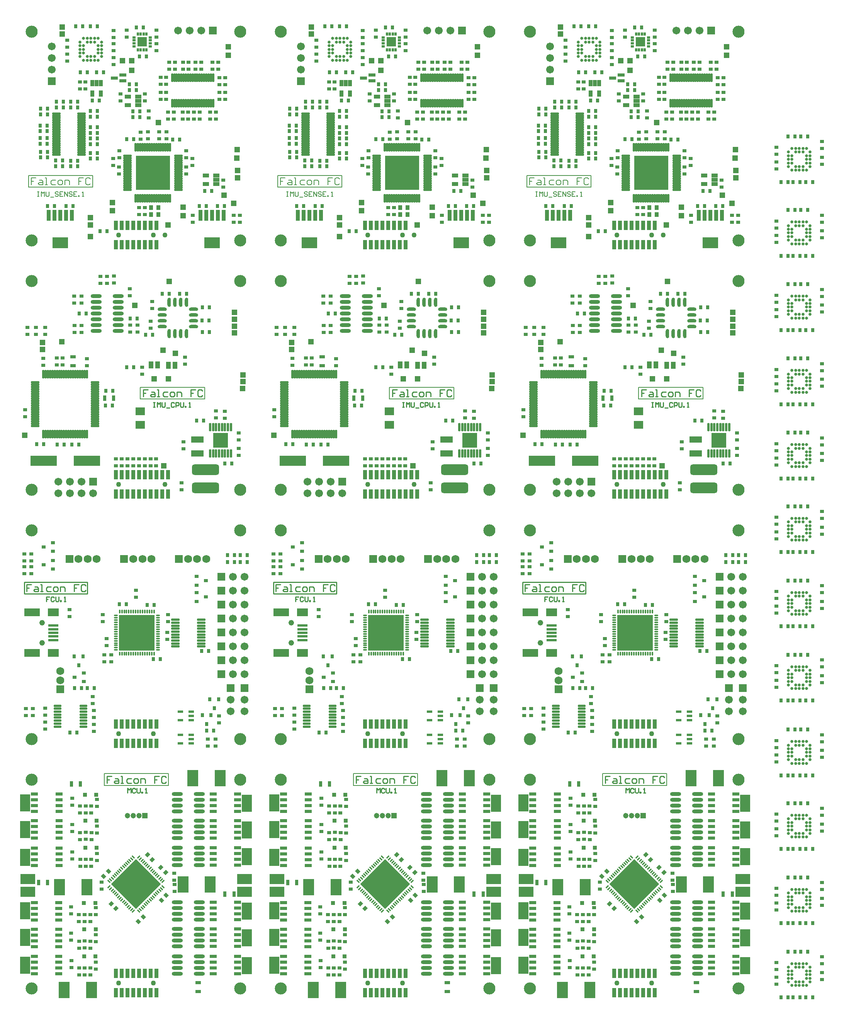
<source format=gts>
%FSLAX23Y23*%
%MOIN*%
G70*
G01*
G75*
G04 Layer_Color=8388736*
%ADD10C,0.018*%
%ADD11R,0.031X0.037*%
%ADD12R,0.037X0.031*%
%ADD13C,0.010*%
%ADD14R,0.051X0.031*%
%ADD15O,0.087X0.024*%
%ADD16R,0.029X0.073*%
%ADD17R,0.039X0.039*%
%ADD18R,0.033X0.014*%
%ADD19R,0.033X0.014*%
G04:AMPARAMS|DCode=20|XSize=228mil|YSize=83mil|CornerRadius=21mil|HoleSize=0mil|Usage=FLASHONLY|Rotation=180.000|XOffset=0mil|YOffset=0mil|HoleType=Round|Shape=RoundedRectangle|*
%AMROUNDEDRECTD20*
21,1,0.228,0.041,0,0,180.0*
21,1,0.187,0.083,0,0,180.0*
1,1,0.041,-0.094,0.021*
1,1,0.041,0.094,0.021*
1,1,0.041,0.094,-0.021*
1,1,0.041,-0.094,-0.021*
%
%ADD20ROUNDEDRECTD20*%
%ADD21R,0.079X0.063*%
%ADD22R,0.110X0.055*%
%ADD23R,0.122X0.118*%
%ADD24O,0.014X0.065*%
%ADD25O,0.069X0.012*%
%ADD26O,0.012X0.069*%
%ADD27R,0.031X0.051*%
%ADD28O,0.022X0.071*%
%ADD29O,0.071X0.022*%
%ADD30R,0.039X0.039*%
%ADD31R,0.217X0.079*%
%ADD32C,0.012*%
%ADD33C,0.020*%
%ADD34C,0.025*%
%ADD35C,0.008*%
%ADD36C,0.035*%
%ADD37R,0.026X0.033*%
%ADD38R,0.045X0.024*%
%ADD39R,0.024X0.045*%
%ADD40R,0.026X0.087*%
%ADD41R,0.130X0.087*%
%ADD42R,0.053X0.020*%
%ADD43R,0.014X0.020*%
%ADD44R,0.020X0.014*%
%ADD45R,0.077X0.077*%
%ADD46R,0.287X0.287*%
%ADD47C,0.015*%
%ADD48C,0.006*%
%ADD49R,0.037X0.030*%
%ADD50R,0.035X0.030*%
%ADD51R,0.030X0.035*%
%ADD52R,0.030X0.037*%
%ADD53R,0.035X0.031*%
%ADD54R,0.031X0.035*%
%ADD55R,0.089X0.020*%
%ADD56R,0.098X0.069*%
%ADD57R,0.138X0.069*%
%ADD58O,0.010X0.033*%
%ADD59O,0.033X0.010*%
%ADD60R,0.301X0.301*%
%ADD61O,0.067X0.014*%
%ADD62R,0.047X0.022*%
%ADD63O,0.063X0.014*%
%ADD64C,0.030*%
%ADD65C,0.016*%
%ADD66P,0.426X4X360.0*%
G04:AMPARAMS|DCode=67|XSize=10mil|YSize=33mil|CornerRadius=0mil|HoleSize=0mil|Usage=FLASHONLY|Rotation=315.000|XOffset=0mil|YOffset=0mil|HoleType=Round|Shape=Round|*
%AMOVALD67*
21,1,0.024,0.010,0.000,0.000,45.0*
1,1,0.010,-0.008,-0.008*
1,1,0.010,0.008,0.008*
%
%ADD67OVALD67*%

G04:AMPARAMS|DCode=68|XSize=10mil|YSize=33mil|CornerRadius=0mil|HoleSize=0mil|Usage=FLASHONLY|Rotation=45.000|XOffset=0mil|YOffset=0mil|HoleType=Round|Shape=Round|*
%AMOVALD68*
21,1,0.024,0.010,0.000,0.000,135.0*
1,1,0.010,0.008,-0.008*
1,1,0.010,-0.008,0.008*
%
%ADD68OVALD68*%

G04:AMPARAMS|DCode=69|XSize=37mil|YSize=31mil|CornerRadius=0mil|HoleSize=0mil|Usage=FLASHONLY|Rotation=45.000|XOffset=0mil|YOffset=0mil|HoleType=Round|Shape=Rectangle|*
%AMROTATEDRECTD69*
4,1,4,-0.002,-0.024,-0.024,-0.002,0.002,0.024,0.024,0.002,-0.002,-0.024,0.0*
%
%ADD69ROTATEDRECTD69*%

G04:AMPARAMS|DCode=70|XSize=37mil|YSize=31mil|CornerRadius=0mil|HoleSize=0mil|Usage=FLASHONLY|Rotation=135.000|XOffset=0mil|YOffset=0mil|HoleType=Round|Shape=Rectangle|*
%AMROTATEDRECTD70*
4,1,4,0.024,-0.002,0.002,-0.024,-0.024,0.002,-0.002,0.024,0.024,-0.002,0.0*
%
%ADD70ROTATEDRECTD70*%

%ADD71R,0.059X0.024*%
%ADD72R,0.031X0.031*%
%ADD73R,0.091X0.142*%
%ADD74C,0.018*%
%ADD75C,0.050*%
%ADD76C,0.025*%
%ADD77C,0.035*%
%ADD78C,0.096*%
%ADD79R,0.059X0.059*%
%ADD80C,0.059*%
%ADD81C,0.050*%
%ADD82C,0.045*%
%ADD83R,0.059X0.059*%
%ADD84C,0.060*%
%ADD85R,0.060X0.060*%
%ADD86R,0.060X0.060*%
%ADD87C,0.046*%
%ADD88C,0.040*%
%ADD89C,0.030*%
%ADD90C,0.039*%
%ADD91C,0.032*%
%ADD92R,6.414X0.076*%
%ADD93R,6.401X0.076*%
%ADD94R,6.406X0.061*%
%ADD95R,0.098X7.393*%
%ADD96R,0.315X0.039*%
%ADD97R,0.047X0.026*%
%ADD98C,0.024*%
%ADD99C,0.040*%
%ADD100R,0.201X0.018*%
%ADD101R,0.218X0.083*%
%ADD102R,0.026X0.047*%
%ADD103R,0.126X0.126*%
%ADD104R,0.012X0.037*%
%ADD105R,0.037X0.012*%
%ADD106R,0.022X0.047*%
%ADD107C,0.010*%
%ADD108C,0.008*%
%ADD109C,0.005*%
%ADD110C,0.020*%
%ADD111C,0.004*%
%ADD112C,0.006*%
%ADD113R,0.012X0.012*%
%ADD114R,0.014X0.014*%
%ADD115P,0.019X4X360.0*%
%ADD116R,0.028X0.157*%
%ADD117R,0.067X0.067*%
G04:AMPARAMS|DCode=118|XSize=67mil|YSize=67mil|CornerRadius=0mil|HoleSize=0mil|Usage=FLASHONLY|Rotation=315.000|XOffset=0mil|YOffset=0mil|HoleType=Round|Shape=Rectangle|*
%AMROTATEDRECTD118*
4,1,4,-0.047,-0.000,0.000,0.047,0.047,0.000,-0.000,-0.047,-0.047,-0.000,0.0*
%
%ADD118ROTATEDRECTD118*%

%ADD119P,0.095X4X360.0*%
G04:AMPARAMS|DCode=120|XSize=67mil|YSize=67mil|CornerRadius=0mil|HoleSize=0mil|Usage=FLASHONLY|Rotation=315.000|XOffset=0mil|YOffset=0mil|HoleType=Round|Shape=Rectangle|*
%AMROTATEDRECTD120*
4,1,4,-0.047,0.000,-0.000,0.047,0.047,-0.000,0.000,-0.047,-0.047,0.000,0.0*
%
%ADD120ROTATEDRECTD120*%

%ADD121P,0.095X4X360.0*%
%ADD122R,0.033X0.030*%
%ADD123R,0.030X0.033*%
%ADD124R,0.083X0.014*%
%ADD125R,0.093X0.063*%
%ADD126R,0.132X0.063*%
%ADD127O,0.008X0.032*%
%ADD128O,0.032X0.008*%
%ADD129R,0.046X0.021*%
G04:AMPARAMS|DCode=130|XSize=8mil|YSize=32mil|CornerRadius=0mil|HoleSize=0mil|Usage=FLASHONLY|Rotation=315.000|XOffset=0mil|YOffset=0mil|HoleType=Round|Shape=Round|*
%AMOVALD130*
21,1,0.024,0.008,0.000,0.000,45.0*
1,1,0.008,-0.008,-0.008*
1,1,0.008,0.008,0.008*
%
%ADD130OVALD130*%

G04:AMPARAMS|DCode=131|XSize=8mil|YSize=32mil|CornerRadius=0mil|HoleSize=0mil|Usage=FLASHONLY|Rotation=45.000|XOffset=0mil|YOffset=0mil|HoleType=Round|Shape=Round|*
%AMOVALD131*
21,1,0.024,0.008,0.000,0.000,135.0*
1,1,0.008,0.008,-0.008*
1,1,0.008,-0.008,0.008*
%
%ADD131OVALD131*%

%ADD132R,0.030X0.030*%
%ADD133R,0.079X0.130*%
%ADD134R,0.085X0.145*%
%ADD135R,0.130X0.090*%
%ADD136C,0.026*%
%ADD137O,0.095X0.032*%
%ADD138R,0.037X0.081*%
%ADD139R,0.047X0.047*%
%ADD140R,0.041X0.022*%
%ADD141R,0.041X0.022*%
G04:AMPARAMS|DCode=142|XSize=236mil|YSize=91mil|CornerRadius=23mil|HoleSize=0mil|Usage=FLASHONLY|Rotation=180.000|XOffset=0mil|YOffset=0mil|HoleType=Round|Shape=RoundedRectangle|*
%AMROUNDEDRECTD142*
21,1,0.236,0.045,0,0,180.0*
21,1,0.191,0.091,0,0,180.0*
1,1,0.045,-0.096,0.023*
1,1,0.045,0.096,0.023*
1,1,0.045,0.096,-0.023*
1,1,0.045,-0.096,-0.023*
%
%ADD142ROUNDEDRECTD142*%
%ADD143R,0.083X0.067*%
%ADD144R,0.130X0.126*%
%ADD145O,0.022X0.073*%
%ADD146O,0.077X0.020*%
%ADD147O,0.020X0.077*%
%ADD148O,0.030X0.079*%
%ADD149O,0.079X0.030*%
%ADD150R,0.047X0.047*%
%ADD151R,0.225X0.087*%
%ADD152R,0.034X0.041*%
%ADD153R,0.053X0.032*%
%ADD154R,0.032X0.053*%
%ADD155R,0.034X0.095*%
%ADD156R,0.138X0.095*%
%ADD157R,0.061X0.028*%
%ADD158R,0.022X0.028*%
%ADD159R,0.028X0.022*%
%ADD160R,0.081X0.081*%
%ADD161R,0.295X0.295*%
%ADD162R,0.091X0.022*%
%ADD163O,0.011X0.035*%
%ADD164O,0.035X0.011*%
%ADD165R,0.305X0.305*%
%ADD166O,0.075X0.022*%
%ADD167O,0.071X0.022*%
%ADD168P,0.432X4X360.0*%
G04:AMPARAMS|DCode=169|XSize=11mil|YSize=35mil|CornerRadius=0mil|HoleSize=0mil|Usage=FLASHONLY|Rotation=315.000|XOffset=0mil|YOffset=0mil|HoleType=Round|Shape=Round|*
%AMOVALD169*
21,1,0.024,0.011,0.000,0.000,45.0*
1,1,0.011,-0.008,-0.008*
1,1,0.011,0.008,0.008*
%
%ADD169OVALD169*%

G04:AMPARAMS|DCode=170|XSize=11mil|YSize=35mil|CornerRadius=0mil|HoleSize=0mil|Usage=FLASHONLY|Rotation=45.000|XOffset=0mil|YOffset=0mil|HoleType=Round|Shape=Round|*
%AMOVALD170*
21,1,0.024,0.011,0.000,0.000,135.0*
1,1,0.011,0.008,-0.008*
1,1,0.011,-0.008,0.008*
%
%ADD170OVALD170*%

%ADD171R,0.061X0.026*%
%ADD172R,0.033X0.033*%
%ADD173R,0.093X0.144*%
%ADD174C,0.043*%
%ADD175C,0.104*%
%ADD176R,0.067X0.067*%
%ADD177C,0.067*%
%ADD178R,0.067X0.067*%
%ADD179C,0.067*%
%ADD180R,0.067X0.067*%
%ADD181R,0.067X0.067*%
%ADD182C,0.068*%
%ADD183R,0.068X0.068*%
%ADD184R,0.068X0.068*%
%ADD185C,0.048*%
%ADD186C,0.047*%
D11*
X6735Y5533D02*
D03*
X6795D02*
D03*
X6685D02*
D03*
X6625D02*
D03*
X6625Y5138D02*
D03*
X6565D02*
D03*
X6730D02*
D03*
X6670D02*
D03*
X6840D02*
D03*
X6780D02*
D03*
X6735Y6173D02*
D03*
X6795D02*
D03*
X6685D02*
D03*
X6625D02*
D03*
X6625Y5778D02*
D03*
X6565D02*
D03*
X6730D02*
D03*
X6670D02*
D03*
X6840D02*
D03*
X6780D02*
D03*
X6735Y6813D02*
D03*
X6795D02*
D03*
X6685D02*
D03*
X6625D02*
D03*
X6625Y6418D02*
D03*
X6565D02*
D03*
X6730D02*
D03*
X6670D02*
D03*
X6840D02*
D03*
X6780D02*
D03*
X6735Y7448D02*
D03*
X6795D02*
D03*
X6685D02*
D03*
X6625D02*
D03*
X6625Y7053D02*
D03*
X6565D02*
D03*
X6730D02*
D03*
X6670D02*
D03*
X6840D02*
D03*
X6780D02*
D03*
X6735Y2978D02*
D03*
X6795D02*
D03*
X6685D02*
D03*
X6625D02*
D03*
X6625Y2583D02*
D03*
X6565D02*
D03*
X6730D02*
D03*
X6670D02*
D03*
X6840D02*
D03*
X6780D02*
D03*
X6735Y3618D02*
D03*
X6795D02*
D03*
X6685D02*
D03*
X6625D02*
D03*
X6625Y3223D02*
D03*
X6565D02*
D03*
X6730D02*
D03*
X6670D02*
D03*
X6840D02*
D03*
X6780D02*
D03*
X6735Y4258D02*
D03*
X6795D02*
D03*
X6685D02*
D03*
X6625D02*
D03*
X6625Y3863D02*
D03*
X6565D02*
D03*
X6730D02*
D03*
X6670D02*
D03*
X6840D02*
D03*
X6780D02*
D03*
X6735Y4893D02*
D03*
X6795D02*
D03*
X6685D02*
D03*
X6625D02*
D03*
X6625Y4498D02*
D03*
X6565D02*
D03*
X6730D02*
D03*
X6670D02*
D03*
X6840D02*
D03*
X6780D02*
D03*
X5100Y5254D02*
D03*
X5040D02*
D03*
X4442Y4795D02*
D03*
X4502D02*
D03*
X5280Y5458D02*
D03*
X5220D02*
D03*
X5528Y6092D02*
D03*
X5588D02*
D03*
X6126Y4629D02*
D03*
X6066D02*
D03*
X5882Y4998D02*
D03*
X5822D02*
D03*
X4746Y4792D02*
D03*
X4806D02*
D03*
X4679D02*
D03*
X4619D02*
D03*
X5038Y5128D02*
D03*
X5098D02*
D03*
X5932Y5761D02*
D03*
X5872D02*
D03*
X5931Y5860D02*
D03*
X5871D02*
D03*
X5932Y5973D02*
D03*
X5872D02*
D03*
X5677Y6091D02*
D03*
X5737D02*
D03*
X5251Y5876D02*
D03*
X5311D02*
D03*
X4810Y5921D02*
D03*
X4870D02*
D03*
X5382Y5739D02*
D03*
X5442D02*
D03*
X4990Y6632D02*
D03*
X5050D02*
D03*
X5331Y8137D02*
D03*
X5391D02*
D03*
X5243Y7848D02*
D03*
X5303D02*
D03*
X5243Y7897D02*
D03*
X5303D02*
D03*
X5273Y7663D02*
D03*
X5333D02*
D03*
X5273Y7614D02*
D03*
X5333D02*
D03*
X5675Y7421D02*
D03*
X5615D02*
D03*
X4982Y7758D02*
D03*
X4922D02*
D03*
X4695Y6847D02*
D03*
X4755D02*
D03*
X4596D02*
D03*
X4536D02*
D03*
X6004Y6846D02*
D03*
X6064D02*
D03*
X5906D02*
D03*
X5846D02*
D03*
X5892Y6976D02*
D03*
X5952D02*
D03*
X5280Y7425D02*
D03*
X5220D02*
D03*
X4608Y7192D02*
D03*
X4668D02*
D03*
X4668Y7240D02*
D03*
X4608D02*
D03*
X4738Y7239D02*
D03*
X4798D02*
D03*
X4967Y7256D02*
D03*
X4907D02*
D03*
X4967Y7304D02*
D03*
X4907D02*
D03*
X4967Y7382D02*
D03*
X4907D02*
D03*
X4967Y7430D02*
D03*
X4907D02*
D03*
X4967Y7478D02*
D03*
X4907D02*
D03*
X4967Y7528D02*
D03*
X4907D02*
D03*
X4737Y7698D02*
D03*
X4797D02*
D03*
Y7748D02*
D03*
X4737D02*
D03*
X4612Y7698D02*
D03*
X4672D02*
D03*
Y7748D02*
D03*
X4612D02*
D03*
X4537Y7267D02*
D03*
X4477D02*
D03*
X4535Y7315D02*
D03*
X4475D02*
D03*
X4533Y7385D02*
D03*
X4473D02*
D03*
X4533Y7433D02*
D03*
X4473D02*
D03*
X4532Y7493D02*
D03*
X4472D02*
D03*
X4532Y7541D02*
D03*
X4472D02*
D03*
X4536Y7638D02*
D03*
X4476D02*
D03*
X4537Y7688D02*
D03*
X4477D02*
D03*
X4798Y7191D02*
D03*
X4738D02*
D03*
X4967Y7619D02*
D03*
X4907D02*
D03*
X4967Y7669D02*
D03*
X4907D02*
D03*
X4840Y8396D02*
D03*
X4780D02*
D03*
X4905D02*
D03*
X4965D02*
D03*
X4960Y8001D02*
D03*
X5020D02*
D03*
X4881Y8002D02*
D03*
X4821D02*
D03*
X5364Y8389D02*
D03*
X5304D02*
D03*
X2840Y6632D02*
D03*
X2900D02*
D03*
X3181Y8137D02*
D03*
X3241D02*
D03*
X3093Y7848D02*
D03*
X3153D02*
D03*
X3093Y7897D02*
D03*
X3153D02*
D03*
X3123Y7663D02*
D03*
X3183D02*
D03*
X3123Y7614D02*
D03*
X3183D02*
D03*
X3525Y7421D02*
D03*
X3465D02*
D03*
X2832Y7758D02*
D03*
X2772D02*
D03*
X2545Y6847D02*
D03*
X2605D02*
D03*
X2446D02*
D03*
X2386D02*
D03*
X3854Y6846D02*
D03*
X3914D02*
D03*
X3756D02*
D03*
X3696D02*
D03*
X3742Y6976D02*
D03*
X3802D02*
D03*
X3130Y7425D02*
D03*
X3070D02*
D03*
X2458Y7192D02*
D03*
X2518D02*
D03*
X2518Y7240D02*
D03*
X2458D02*
D03*
X2588Y7239D02*
D03*
X2648D02*
D03*
X2817Y7256D02*
D03*
X2757D02*
D03*
X2817Y7304D02*
D03*
X2757D02*
D03*
X2817Y7382D02*
D03*
X2757D02*
D03*
X2817Y7430D02*
D03*
X2757D02*
D03*
X2817Y7478D02*
D03*
X2757D02*
D03*
X2817Y7528D02*
D03*
X2757D02*
D03*
X2587Y7698D02*
D03*
X2647D02*
D03*
Y7748D02*
D03*
X2587D02*
D03*
X2462Y7698D02*
D03*
X2522D02*
D03*
Y7748D02*
D03*
X2462D02*
D03*
X2387Y7267D02*
D03*
X2327D02*
D03*
X2385Y7315D02*
D03*
X2325D02*
D03*
X2383Y7385D02*
D03*
X2323D02*
D03*
X2383Y7433D02*
D03*
X2323D02*
D03*
X2382Y7493D02*
D03*
X2322D02*
D03*
X2382Y7541D02*
D03*
X2322D02*
D03*
X2386Y7638D02*
D03*
X2326D02*
D03*
X2387Y7688D02*
D03*
X2327D02*
D03*
X2648Y7191D02*
D03*
X2588D02*
D03*
X2817Y7619D02*
D03*
X2757D02*
D03*
X2817Y7669D02*
D03*
X2757D02*
D03*
X2690Y8396D02*
D03*
X2630D02*
D03*
X2755D02*
D03*
X2815D02*
D03*
X2810Y8001D02*
D03*
X2870D02*
D03*
X2731Y8002D02*
D03*
X2671D02*
D03*
X3214Y8389D02*
D03*
X3154D02*
D03*
X2950Y5254D02*
D03*
X2890D02*
D03*
X2292Y4795D02*
D03*
X2352D02*
D03*
X3130Y5458D02*
D03*
X3070D02*
D03*
X3378Y6092D02*
D03*
X3438D02*
D03*
X3976Y4629D02*
D03*
X3916D02*
D03*
X3732Y4998D02*
D03*
X3672D02*
D03*
X2596Y4792D02*
D03*
X2656D02*
D03*
X2529D02*
D03*
X2469D02*
D03*
X2888Y5128D02*
D03*
X2948D02*
D03*
X3782Y5761D02*
D03*
X3722D02*
D03*
X3781Y5860D02*
D03*
X3721D02*
D03*
X3782Y5973D02*
D03*
X3722D02*
D03*
X3527Y6091D02*
D03*
X3587D02*
D03*
X3101Y5876D02*
D03*
X3161D02*
D03*
X2660Y5921D02*
D03*
X2720D02*
D03*
X3232Y5739D02*
D03*
X3292D02*
D03*
X6735Y2333D02*
D03*
X6795D02*
D03*
X6685D02*
D03*
X6625D02*
D03*
X6625Y1938D02*
D03*
X6565D02*
D03*
X6730D02*
D03*
X6670D02*
D03*
X6840D02*
D03*
X6780D02*
D03*
X6735Y1698D02*
D03*
X6795D02*
D03*
X6685D02*
D03*
X6625D02*
D03*
X6625Y1303D02*
D03*
X6565D02*
D03*
X6730D02*
D03*
X6670D02*
D03*
X6840D02*
D03*
X6780D02*
D03*
X6735Y1058D02*
D03*
X6795D02*
D03*
X6685D02*
D03*
X6625D02*
D03*
X6625Y663D02*
D03*
X6565D02*
D03*
X6730D02*
D03*
X6670D02*
D03*
X6840D02*
D03*
X6780D02*
D03*
X6735Y418D02*
D03*
X6795D02*
D03*
X6685D02*
D03*
X6625D02*
D03*
X6625Y23D02*
D03*
X6565D02*
D03*
X6730D02*
D03*
X6670D02*
D03*
X6840D02*
D03*
X6780D02*
D03*
X800Y5254D02*
D03*
X740D02*
D03*
X142Y4795D02*
D03*
X202D02*
D03*
X980Y5458D02*
D03*
X920D02*
D03*
X1228Y6092D02*
D03*
X1288D02*
D03*
X1826Y4629D02*
D03*
X1766D02*
D03*
X1582Y4998D02*
D03*
X1522D02*
D03*
X446Y4792D02*
D03*
X506D02*
D03*
X379D02*
D03*
X319D02*
D03*
X738Y5128D02*
D03*
X798D02*
D03*
X1632Y5761D02*
D03*
X1572D02*
D03*
X1631Y5860D02*
D03*
X1571D02*
D03*
X1632Y5973D02*
D03*
X1572D02*
D03*
X1377Y6091D02*
D03*
X1437D02*
D03*
X951Y5876D02*
D03*
X1011D02*
D03*
X510Y5921D02*
D03*
X570D02*
D03*
X1082Y5739D02*
D03*
X1142D02*
D03*
X690Y6632D02*
D03*
X750D02*
D03*
X1031Y8137D02*
D03*
X1091D02*
D03*
X943Y7848D02*
D03*
X1003D02*
D03*
X943Y7897D02*
D03*
X1003D02*
D03*
X973Y7663D02*
D03*
X1033D02*
D03*
X973Y7614D02*
D03*
X1033D02*
D03*
X1375Y7421D02*
D03*
X1315D02*
D03*
X682Y7758D02*
D03*
X622D02*
D03*
X395Y6847D02*
D03*
X455D02*
D03*
X296D02*
D03*
X236D02*
D03*
X1704Y6846D02*
D03*
X1764D02*
D03*
X1606D02*
D03*
X1546D02*
D03*
X1592Y6976D02*
D03*
X1652D02*
D03*
X980Y7425D02*
D03*
X920D02*
D03*
X308Y7192D02*
D03*
X368D02*
D03*
X368Y7240D02*
D03*
X308D02*
D03*
X438Y7239D02*
D03*
X498D02*
D03*
X667Y7256D02*
D03*
X607D02*
D03*
X667Y7304D02*
D03*
X607D02*
D03*
X667Y7382D02*
D03*
X607D02*
D03*
X667Y7430D02*
D03*
X607D02*
D03*
X667Y7478D02*
D03*
X607D02*
D03*
X667Y7528D02*
D03*
X607D02*
D03*
X437Y7698D02*
D03*
X497D02*
D03*
Y7748D02*
D03*
X437D02*
D03*
X312Y7698D02*
D03*
X372D02*
D03*
Y7748D02*
D03*
X312D02*
D03*
X237Y7267D02*
D03*
X177D02*
D03*
X235Y7315D02*
D03*
X175D02*
D03*
X233Y7385D02*
D03*
X173D02*
D03*
X233Y7433D02*
D03*
X173D02*
D03*
X232Y7493D02*
D03*
X172D02*
D03*
X232Y7541D02*
D03*
X172D02*
D03*
X236Y7638D02*
D03*
X176D02*
D03*
X237Y7688D02*
D03*
X177D02*
D03*
X498Y7191D02*
D03*
X438D02*
D03*
X667Y7619D02*
D03*
X607D02*
D03*
X667Y7669D02*
D03*
X607D02*
D03*
X540Y8396D02*
D03*
X480D02*
D03*
X605D02*
D03*
X665D02*
D03*
X660Y8001D02*
D03*
X720D02*
D03*
X581Y8002D02*
D03*
X521D02*
D03*
X1064Y8389D02*
D03*
X1004D02*
D03*
D12*
X6525Y5378D02*
D03*
Y5438D02*
D03*
Y5313D02*
D03*
Y5253D02*
D03*
X6920Y5353D02*
D03*
Y5293D02*
D03*
Y5428D02*
D03*
Y5488D02*
D03*
X6525Y6018D02*
D03*
Y6078D02*
D03*
Y5953D02*
D03*
Y5893D02*
D03*
X6920Y5993D02*
D03*
Y5933D02*
D03*
Y6068D02*
D03*
Y6128D02*
D03*
X6525Y6658D02*
D03*
Y6718D02*
D03*
Y6593D02*
D03*
Y6533D02*
D03*
X6920Y6633D02*
D03*
Y6573D02*
D03*
Y6708D02*
D03*
Y6768D02*
D03*
X6525Y7293D02*
D03*
Y7353D02*
D03*
Y7228D02*
D03*
Y7168D02*
D03*
X6920Y7268D02*
D03*
Y7208D02*
D03*
Y7343D02*
D03*
Y7403D02*
D03*
X6525Y2823D02*
D03*
Y2883D02*
D03*
Y2758D02*
D03*
Y2698D02*
D03*
X6920Y2798D02*
D03*
Y2738D02*
D03*
Y2873D02*
D03*
Y2933D02*
D03*
X6525Y3463D02*
D03*
Y3523D02*
D03*
Y3398D02*
D03*
Y3338D02*
D03*
X6920Y3438D02*
D03*
Y3378D02*
D03*
Y3513D02*
D03*
Y3573D02*
D03*
X6525Y4103D02*
D03*
Y4163D02*
D03*
Y4038D02*
D03*
Y3978D02*
D03*
X6920Y4078D02*
D03*
Y4018D02*
D03*
Y4153D02*
D03*
Y4213D02*
D03*
X6525Y4738D02*
D03*
Y4798D02*
D03*
Y4673D02*
D03*
Y4613D02*
D03*
X6920Y4713D02*
D03*
Y4653D02*
D03*
Y4788D02*
D03*
Y4848D02*
D03*
X4501Y5473D02*
D03*
Y5533D02*
D03*
X4615Y5479D02*
D03*
Y5539D02*
D03*
X4666Y5479D02*
D03*
Y5539D02*
D03*
X4831Y6071D02*
D03*
Y6011D02*
D03*
X4767Y6071D02*
D03*
Y6011D02*
D03*
X4515Y5740D02*
D03*
Y5800D02*
D03*
X4438Y5740D02*
D03*
Y5800D02*
D03*
X4363Y5740D02*
D03*
Y5800D02*
D03*
X5176Y4666D02*
D03*
Y4606D02*
D03*
X5227Y4666D02*
D03*
Y4606D02*
D03*
X5276Y4666D02*
D03*
Y4606D02*
D03*
X5325Y4666D02*
D03*
Y4606D02*
D03*
X5376Y4666D02*
D03*
Y4606D02*
D03*
X5425Y4666D02*
D03*
Y4606D02*
D03*
X6185Y4890D02*
D03*
Y4830D02*
D03*
X5352Y5458D02*
D03*
Y5398D02*
D03*
X5710Y4814D02*
D03*
Y4754D02*
D03*
X6185Y4697D02*
D03*
Y4757D02*
D03*
X5991Y5081D02*
D03*
Y5021D02*
D03*
X6068Y5079D02*
D03*
Y5019D02*
D03*
X5126Y4666D02*
D03*
Y4606D02*
D03*
X5474Y4666D02*
D03*
Y4606D02*
D03*
X4343Y5031D02*
D03*
Y5091D02*
D03*
X4876Y5471D02*
D03*
Y5531D02*
D03*
X5440Y6023D02*
D03*
Y5963D02*
D03*
X4769Y5759D02*
D03*
Y5819D02*
D03*
X4831Y5759D02*
D03*
Y5819D02*
D03*
X5245Y6134D02*
D03*
Y6074D02*
D03*
X5723Y5485D02*
D03*
Y5545D02*
D03*
X5425Y5793D02*
D03*
Y5853D02*
D03*
X5312Y5762D02*
D03*
Y5822D02*
D03*
X5251Y5762D02*
D03*
Y5822D02*
D03*
X4993Y6242D02*
D03*
Y6182D02*
D03*
X5109Y6243D02*
D03*
Y6183D02*
D03*
X5051Y6182D02*
D03*
Y6242D02*
D03*
X5694Y4400D02*
D03*
Y4460D02*
D03*
X5167Y7814D02*
D03*
Y7754D02*
D03*
X5410Y7667D02*
D03*
Y7607D02*
D03*
X5377Y7814D02*
D03*
Y7754D02*
D03*
X5562Y7426D02*
D03*
Y7486D02*
D03*
X5499Y7426D02*
D03*
Y7486D02*
D03*
X5733Y7264D02*
D03*
Y7324D02*
D03*
X5786Y7196D02*
D03*
Y7256D02*
D03*
X5734Y7183D02*
D03*
Y7123D02*
D03*
X5377Y6773D02*
D03*
Y6833D02*
D03*
X5327D02*
D03*
Y6773D02*
D03*
X5154Y7183D02*
D03*
Y7123D02*
D03*
X5158Y7323D02*
D03*
Y7263D02*
D03*
X5102Y7258D02*
D03*
Y7198D02*
D03*
X4864Y7918D02*
D03*
Y7858D02*
D03*
X4816Y7859D02*
D03*
Y7919D02*
D03*
X6054Y7012D02*
D03*
Y7072D02*
D03*
X5791Y6708D02*
D03*
Y6768D02*
D03*
X6142Y6708D02*
D03*
Y6768D02*
D03*
X6197D02*
D03*
Y6708D02*
D03*
X5403Y7426D02*
D03*
Y7486D02*
D03*
X5340Y7485D02*
D03*
Y7425D02*
D03*
X6019Y7829D02*
D03*
Y7769D02*
D03*
Y7954D02*
D03*
Y7894D02*
D03*
X5513Y7958D02*
D03*
Y7898D02*
D03*
X5560Y7828D02*
D03*
Y7768D02*
D03*
X6009Y8029D02*
D03*
Y8089D02*
D03*
X6069Y7769D02*
D03*
Y7829D02*
D03*
X5990Y7599D02*
D03*
Y7659D02*
D03*
X5940Y7599D02*
D03*
Y7659D02*
D03*
X5959Y8029D02*
D03*
Y8089D02*
D03*
X5862Y8029D02*
D03*
Y8089D02*
D03*
X5849Y7599D02*
D03*
Y7659D02*
D03*
X5799Y7599D02*
D03*
Y7659D02*
D03*
X5814Y8029D02*
D03*
Y8089D02*
D03*
X6069Y7894D02*
D03*
Y7954D02*
D03*
X5754Y8029D02*
D03*
Y8089D02*
D03*
X5561Y7898D02*
D03*
Y7958D02*
D03*
X5751Y7599D02*
D03*
Y7659D02*
D03*
X5703Y7599D02*
D03*
Y7659D02*
D03*
X5706Y8029D02*
D03*
Y8089D02*
D03*
X5636Y8029D02*
D03*
Y8089D02*
D03*
X5625Y7599D02*
D03*
Y7659D02*
D03*
X5577Y7599D02*
D03*
Y7659D02*
D03*
X5588Y8029D02*
D03*
Y8089D02*
D03*
X5512Y7768D02*
D03*
Y7828D02*
D03*
X5108Y8068D02*
D03*
Y8128D02*
D03*
X4708Y8217D02*
D03*
Y8277D02*
D03*
Y8157D02*
D03*
Y8097D02*
D03*
X5108Y8361D02*
D03*
Y8301D02*
D03*
Y8246D02*
D03*
Y8186D02*
D03*
X5219Y8363D02*
D03*
Y8303D02*
D03*
X5477Y8363D02*
D03*
Y8303D02*
D03*
Y8187D02*
D03*
Y8247D02*
D03*
X4906Y449D02*
D03*
Y509D02*
D03*
X4915Y1385D02*
D03*
Y1445D02*
D03*
X4905Y678D02*
D03*
Y738D02*
D03*
X4914Y1614D02*
D03*
Y1674D02*
D03*
X4905Y218D02*
D03*
Y278D02*
D03*
X4914Y1154D02*
D03*
Y1214D02*
D03*
X4740Y745D02*
D03*
Y805D02*
D03*
X4749Y1681D02*
D03*
Y1741D02*
D03*
X4740Y518D02*
D03*
Y578D02*
D03*
X4749Y1454D02*
D03*
Y1514D02*
D03*
X4742Y282D02*
D03*
Y342D02*
D03*
X4751Y1218D02*
D03*
Y1278D02*
D03*
X4953Y736D02*
D03*
Y796D02*
D03*
X4962Y1672D02*
D03*
Y1732D02*
D03*
X4954Y505D02*
D03*
Y565D02*
D03*
X4963Y1441D02*
D03*
Y1501D02*
D03*
X4953Y269D02*
D03*
Y329D02*
D03*
X4962Y1205D02*
D03*
Y1265D02*
D03*
X4808Y679D02*
D03*
Y739D02*
D03*
X4817Y1615D02*
D03*
Y1675D02*
D03*
X4809Y449D02*
D03*
Y509D02*
D03*
X4818Y1385D02*
D03*
Y1445D02*
D03*
X4810Y218D02*
D03*
Y278D02*
D03*
X4819Y1154D02*
D03*
Y1214D02*
D03*
X4857Y450D02*
D03*
Y510D02*
D03*
X4866Y1386D02*
D03*
Y1446D02*
D03*
X5003Y1018D02*
D03*
Y958D02*
D03*
X4857Y679D02*
D03*
Y739D02*
D03*
X4866Y1615D02*
D03*
Y1675D02*
D03*
X4858Y218D02*
D03*
Y278D02*
D03*
X4867Y1154D02*
D03*
Y1214D02*
D03*
X5634Y937D02*
D03*
Y997D02*
D03*
X5630Y1094D02*
D03*
Y1034D02*
D03*
X2756Y449D02*
D03*
Y509D02*
D03*
X2765Y1385D02*
D03*
Y1445D02*
D03*
X2755Y678D02*
D03*
Y738D02*
D03*
X2764Y1614D02*
D03*
Y1674D02*
D03*
X2755Y218D02*
D03*
Y278D02*
D03*
X2764Y1154D02*
D03*
Y1214D02*
D03*
X2590Y745D02*
D03*
Y805D02*
D03*
X2599Y1681D02*
D03*
Y1741D02*
D03*
X2590Y518D02*
D03*
Y578D02*
D03*
X2599Y1454D02*
D03*
Y1514D02*
D03*
X2592Y282D02*
D03*
Y342D02*
D03*
X2601Y1218D02*
D03*
Y1278D02*
D03*
X2803Y736D02*
D03*
Y796D02*
D03*
X2812Y1672D02*
D03*
Y1732D02*
D03*
X2804Y505D02*
D03*
Y565D02*
D03*
X2813Y1441D02*
D03*
Y1501D02*
D03*
X2803Y269D02*
D03*
Y329D02*
D03*
X2812Y1205D02*
D03*
Y1265D02*
D03*
X2658Y679D02*
D03*
Y739D02*
D03*
X2667Y1615D02*
D03*
Y1675D02*
D03*
X2659Y449D02*
D03*
Y509D02*
D03*
X2668Y1385D02*
D03*
Y1445D02*
D03*
X2660Y218D02*
D03*
Y278D02*
D03*
X2669Y1154D02*
D03*
Y1214D02*
D03*
X2707Y450D02*
D03*
Y510D02*
D03*
X2716Y1386D02*
D03*
Y1446D02*
D03*
X2853Y1018D02*
D03*
Y958D02*
D03*
X2707Y679D02*
D03*
Y739D02*
D03*
X2716Y1615D02*
D03*
Y1675D02*
D03*
X2708Y218D02*
D03*
Y278D02*
D03*
X2717Y1154D02*
D03*
Y1214D02*
D03*
X3484Y937D02*
D03*
Y997D02*
D03*
X3480Y1094D02*
D03*
Y1034D02*
D03*
X3017Y7814D02*
D03*
Y7754D02*
D03*
X3260Y7667D02*
D03*
Y7607D02*
D03*
X3227Y7814D02*
D03*
Y7754D02*
D03*
X3412Y7426D02*
D03*
Y7486D02*
D03*
X3349Y7426D02*
D03*
Y7486D02*
D03*
X3583Y7264D02*
D03*
Y7324D02*
D03*
X3636Y7196D02*
D03*
Y7256D02*
D03*
X3584Y7183D02*
D03*
Y7123D02*
D03*
X3227Y6773D02*
D03*
Y6833D02*
D03*
X3177D02*
D03*
Y6773D02*
D03*
X3004Y7183D02*
D03*
Y7123D02*
D03*
X3008Y7323D02*
D03*
Y7263D02*
D03*
X2952Y7258D02*
D03*
Y7198D02*
D03*
X2714Y7918D02*
D03*
Y7858D02*
D03*
X2666Y7859D02*
D03*
Y7919D02*
D03*
X3904Y7012D02*
D03*
Y7072D02*
D03*
X3641Y6708D02*
D03*
Y6768D02*
D03*
X3992Y6708D02*
D03*
Y6768D02*
D03*
X4047D02*
D03*
Y6708D02*
D03*
X3253Y7426D02*
D03*
Y7486D02*
D03*
X3190Y7485D02*
D03*
Y7425D02*
D03*
X3869Y7829D02*
D03*
Y7769D02*
D03*
Y7954D02*
D03*
Y7894D02*
D03*
X3363Y7958D02*
D03*
Y7898D02*
D03*
X3410Y7828D02*
D03*
Y7768D02*
D03*
X3859Y8029D02*
D03*
Y8089D02*
D03*
X3919Y7769D02*
D03*
Y7829D02*
D03*
X3840Y7599D02*
D03*
Y7659D02*
D03*
X3790Y7599D02*
D03*
Y7659D02*
D03*
X3809Y8029D02*
D03*
Y8089D02*
D03*
X3712Y8029D02*
D03*
Y8089D02*
D03*
X3699Y7599D02*
D03*
Y7659D02*
D03*
X3649Y7599D02*
D03*
Y7659D02*
D03*
X3664Y8029D02*
D03*
Y8089D02*
D03*
X3919Y7894D02*
D03*
Y7954D02*
D03*
X3604Y8029D02*
D03*
Y8089D02*
D03*
X3411Y7898D02*
D03*
Y7958D02*
D03*
X3601Y7599D02*
D03*
Y7659D02*
D03*
X3553Y7599D02*
D03*
Y7659D02*
D03*
X3556Y8029D02*
D03*
Y8089D02*
D03*
X3486Y8029D02*
D03*
Y8089D02*
D03*
X3475Y7599D02*
D03*
Y7659D02*
D03*
X3427Y7599D02*
D03*
Y7659D02*
D03*
X3438Y8029D02*
D03*
Y8089D02*
D03*
X3362Y7768D02*
D03*
Y7828D02*
D03*
X2958Y8068D02*
D03*
Y8128D02*
D03*
X2558Y8217D02*
D03*
Y8277D02*
D03*
Y8157D02*
D03*
Y8097D02*
D03*
X2958Y8361D02*
D03*
Y8301D02*
D03*
Y8246D02*
D03*
Y8186D02*
D03*
X3069Y8363D02*
D03*
Y8303D02*
D03*
X3327Y8363D02*
D03*
Y8303D02*
D03*
Y8187D02*
D03*
Y8247D02*
D03*
X2351Y5473D02*
D03*
Y5533D02*
D03*
X2465Y5479D02*
D03*
Y5539D02*
D03*
X2516Y5479D02*
D03*
Y5539D02*
D03*
X2681Y6071D02*
D03*
Y6011D02*
D03*
X2617Y6071D02*
D03*
Y6011D02*
D03*
X2365Y5740D02*
D03*
Y5800D02*
D03*
X2288Y5740D02*
D03*
Y5800D02*
D03*
X2213Y5740D02*
D03*
Y5800D02*
D03*
X3026Y4666D02*
D03*
Y4606D02*
D03*
X3077Y4666D02*
D03*
Y4606D02*
D03*
X3126Y4666D02*
D03*
Y4606D02*
D03*
X3175Y4666D02*
D03*
Y4606D02*
D03*
X3226Y4666D02*
D03*
Y4606D02*
D03*
X3275Y4666D02*
D03*
Y4606D02*
D03*
X4035Y4890D02*
D03*
Y4830D02*
D03*
X3202Y5458D02*
D03*
Y5398D02*
D03*
X3560Y4814D02*
D03*
Y4754D02*
D03*
X4035Y4697D02*
D03*
Y4757D02*
D03*
X3841Y5081D02*
D03*
Y5021D02*
D03*
X3918Y5079D02*
D03*
Y5019D02*
D03*
X2976Y4666D02*
D03*
Y4606D02*
D03*
X3324Y4666D02*
D03*
Y4606D02*
D03*
X2193Y5031D02*
D03*
Y5091D02*
D03*
X2726Y5471D02*
D03*
Y5531D02*
D03*
X3290Y6023D02*
D03*
Y5963D02*
D03*
X2619Y5759D02*
D03*
Y5819D02*
D03*
X2681Y5759D02*
D03*
Y5819D02*
D03*
X3095Y6134D02*
D03*
Y6074D02*
D03*
X3573Y5485D02*
D03*
Y5545D02*
D03*
X3275Y5793D02*
D03*
Y5853D02*
D03*
X3162Y5762D02*
D03*
Y5822D02*
D03*
X3101Y5762D02*
D03*
Y5822D02*
D03*
X2843Y6242D02*
D03*
Y6182D02*
D03*
X2959Y6243D02*
D03*
Y6183D02*
D03*
X2901Y6182D02*
D03*
Y6242D02*
D03*
X3544Y4400D02*
D03*
Y4460D02*
D03*
X6525Y2178D02*
D03*
Y2238D02*
D03*
Y2113D02*
D03*
Y2053D02*
D03*
X6920Y2153D02*
D03*
Y2093D02*
D03*
Y2228D02*
D03*
Y2288D02*
D03*
X6525Y1543D02*
D03*
Y1603D02*
D03*
Y1478D02*
D03*
Y1418D02*
D03*
X6920Y1518D02*
D03*
Y1458D02*
D03*
Y1593D02*
D03*
Y1653D02*
D03*
X6525Y903D02*
D03*
Y963D02*
D03*
Y838D02*
D03*
Y778D02*
D03*
X6920Y878D02*
D03*
Y818D02*
D03*
Y953D02*
D03*
Y1013D02*
D03*
X6525Y263D02*
D03*
Y323D02*
D03*
Y198D02*
D03*
Y138D02*
D03*
X6920Y238D02*
D03*
Y178D02*
D03*
Y313D02*
D03*
Y373D02*
D03*
X201Y5473D02*
D03*
Y5533D02*
D03*
X315Y5479D02*
D03*
Y5539D02*
D03*
X366Y5479D02*
D03*
Y5539D02*
D03*
X531Y6071D02*
D03*
Y6011D02*
D03*
X467Y6071D02*
D03*
Y6011D02*
D03*
X215Y5740D02*
D03*
Y5800D02*
D03*
X138Y5740D02*
D03*
Y5800D02*
D03*
X63Y5740D02*
D03*
Y5800D02*
D03*
X876Y4666D02*
D03*
Y4606D02*
D03*
X927Y4666D02*
D03*
Y4606D02*
D03*
X976Y4666D02*
D03*
Y4606D02*
D03*
X1025Y4666D02*
D03*
Y4606D02*
D03*
X1076Y4666D02*
D03*
Y4606D02*
D03*
X1125Y4666D02*
D03*
Y4606D02*
D03*
X1885Y4890D02*
D03*
Y4830D02*
D03*
X1052Y5458D02*
D03*
Y5398D02*
D03*
X1410Y4814D02*
D03*
Y4754D02*
D03*
X1885Y4697D02*
D03*
Y4757D02*
D03*
X1691Y5081D02*
D03*
Y5021D02*
D03*
X1768Y5079D02*
D03*
Y5019D02*
D03*
X826Y4666D02*
D03*
Y4606D02*
D03*
X1174Y4666D02*
D03*
Y4606D02*
D03*
X43Y5031D02*
D03*
Y5091D02*
D03*
X576Y5471D02*
D03*
Y5531D02*
D03*
X1140Y6023D02*
D03*
Y5963D02*
D03*
X469Y5759D02*
D03*
Y5819D02*
D03*
X531Y5759D02*
D03*
Y5819D02*
D03*
X945Y6134D02*
D03*
Y6074D02*
D03*
X1423Y5485D02*
D03*
Y5545D02*
D03*
X1125Y5793D02*
D03*
Y5853D02*
D03*
X1012Y5762D02*
D03*
Y5822D02*
D03*
X951Y5762D02*
D03*
Y5822D02*
D03*
X693Y6242D02*
D03*
Y6182D02*
D03*
X809Y6243D02*
D03*
Y6183D02*
D03*
X751Y6182D02*
D03*
Y6242D02*
D03*
X1394Y4400D02*
D03*
Y4460D02*
D03*
X867Y7814D02*
D03*
Y7754D02*
D03*
X1110Y7667D02*
D03*
Y7607D02*
D03*
X1077Y7814D02*
D03*
Y7754D02*
D03*
X1262Y7426D02*
D03*
Y7486D02*
D03*
X1199Y7426D02*
D03*
Y7486D02*
D03*
X1433Y7264D02*
D03*
Y7324D02*
D03*
X1486Y7196D02*
D03*
Y7256D02*
D03*
X1434Y7183D02*
D03*
Y7123D02*
D03*
X1077Y6773D02*
D03*
Y6833D02*
D03*
X1027D02*
D03*
Y6773D02*
D03*
X854Y7183D02*
D03*
Y7123D02*
D03*
X858Y7323D02*
D03*
Y7263D02*
D03*
X802Y7258D02*
D03*
Y7198D02*
D03*
X564Y7918D02*
D03*
Y7858D02*
D03*
X516Y7859D02*
D03*
Y7919D02*
D03*
X1754Y7012D02*
D03*
Y7072D02*
D03*
X1491Y6708D02*
D03*
Y6768D02*
D03*
X1842Y6708D02*
D03*
Y6768D02*
D03*
X1897D02*
D03*
Y6708D02*
D03*
X1103Y7426D02*
D03*
Y7486D02*
D03*
X1040Y7485D02*
D03*
Y7425D02*
D03*
X1719Y7829D02*
D03*
Y7769D02*
D03*
Y7954D02*
D03*
Y7894D02*
D03*
X1213Y7958D02*
D03*
Y7898D02*
D03*
X1260Y7828D02*
D03*
Y7768D02*
D03*
X1709Y8029D02*
D03*
Y8089D02*
D03*
X1769Y7769D02*
D03*
Y7829D02*
D03*
X1690Y7599D02*
D03*
Y7659D02*
D03*
X1640Y7599D02*
D03*
Y7659D02*
D03*
X1659Y8029D02*
D03*
Y8089D02*
D03*
X1562Y8029D02*
D03*
Y8089D02*
D03*
X1549Y7599D02*
D03*
Y7659D02*
D03*
X1499Y7599D02*
D03*
Y7659D02*
D03*
X1514Y8029D02*
D03*
Y8089D02*
D03*
X1769Y7894D02*
D03*
Y7954D02*
D03*
X1454Y8029D02*
D03*
Y8089D02*
D03*
X1261Y7898D02*
D03*
Y7958D02*
D03*
X1451Y7599D02*
D03*
Y7659D02*
D03*
X1403Y7599D02*
D03*
Y7659D02*
D03*
X1406Y8029D02*
D03*
Y8089D02*
D03*
X1336Y8029D02*
D03*
Y8089D02*
D03*
X1325Y7599D02*
D03*
Y7659D02*
D03*
X1277Y7599D02*
D03*
Y7659D02*
D03*
X1288Y8029D02*
D03*
Y8089D02*
D03*
X1212Y7768D02*
D03*
Y7828D02*
D03*
X808Y8068D02*
D03*
Y8128D02*
D03*
X408Y8217D02*
D03*
Y8277D02*
D03*
Y8157D02*
D03*
Y8097D02*
D03*
X808Y8361D02*
D03*
Y8301D02*
D03*
Y8246D02*
D03*
Y8186D02*
D03*
X919Y8363D02*
D03*
Y8303D02*
D03*
X1177Y8363D02*
D03*
Y8303D02*
D03*
Y8187D02*
D03*
Y8247D02*
D03*
X606Y449D02*
D03*
Y509D02*
D03*
X615Y1385D02*
D03*
Y1445D02*
D03*
X605Y678D02*
D03*
Y738D02*
D03*
X614Y1614D02*
D03*
Y1674D02*
D03*
X605Y218D02*
D03*
Y278D02*
D03*
X614Y1154D02*
D03*
Y1214D02*
D03*
X440Y745D02*
D03*
Y805D02*
D03*
X449Y1681D02*
D03*
Y1741D02*
D03*
X440Y518D02*
D03*
Y578D02*
D03*
X449Y1454D02*
D03*
Y1514D02*
D03*
X442Y282D02*
D03*
Y342D02*
D03*
X451Y1218D02*
D03*
Y1278D02*
D03*
X653Y736D02*
D03*
Y796D02*
D03*
X662Y1672D02*
D03*
Y1732D02*
D03*
X654Y505D02*
D03*
Y565D02*
D03*
X663Y1441D02*
D03*
Y1501D02*
D03*
X653Y269D02*
D03*
Y329D02*
D03*
X662Y1205D02*
D03*
Y1265D02*
D03*
X508Y679D02*
D03*
Y739D02*
D03*
X517Y1615D02*
D03*
Y1675D02*
D03*
X509Y449D02*
D03*
Y509D02*
D03*
X518Y1385D02*
D03*
Y1445D02*
D03*
X510Y218D02*
D03*
Y278D02*
D03*
X519Y1154D02*
D03*
Y1214D02*
D03*
X557Y450D02*
D03*
Y510D02*
D03*
X566Y1386D02*
D03*
Y1446D02*
D03*
X703Y1018D02*
D03*
Y958D02*
D03*
X557Y679D02*
D03*
Y739D02*
D03*
X566Y1615D02*
D03*
Y1675D02*
D03*
X558Y218D02*
D03*
Y278D02*
D03*
X567Y1154D02*
D03*
Y1214D02*
D03*
X1334Y937D02*
D03*
Y997D02*
D03*
X1330Y1094D02*
D03*
Y1034D02*
D03*
D13*
X5402Y5263D02*
X5362D01*
Y5233D01*
X5382D01*
X5362D01*
Y5203D01*
X5432Y5243D02*
X5452D01*
X5462Y5233D01*
Y5203D01*
X5432D01*
X5422Y5213D01*
X5432Y5223D01*
X5462D01*
X5482Y5203D02*
X5502D01*
X5492D01*
Y5263D01*
X5482D01*
X5572Y5243D02*
X5542D01*
X5532Y5233D01*
Y5213D01*
X5542Y5203D01*
X5572D01*
X5602D02*
X5622D01*
X5632Y5213D01*
Y5233D01*
X5622Y5243D01*
X5602D01*
X5592Y5233D01*
Y5213D01*
X5602Y5203D01*
X5652D02*
Y5243D01*
X5682D01*
X5692Y5233D01*
Y5203D01*
X5812Y5263D02*
X5772D01*
Y5233D01*
X5792D01*
X5772D01*
Y5203D01*
X5872Y5253D02*
X5862Y5263D01*
X5842D01*
X5832Y5253D01*
Y5213D01*
X5842Y5203D01*
X5862D01*
X5872Y5213D01*
X5451Y5153D02*
X5464D01*
X5458D01*
Y5113D01*
X5451D01*
X5464D01*
X5484D02*
Y5153D01*
X5498Y5140D01*
X5511Y5153D01*
Y5113D01*
X5524Y5153D02*
Y5120D01*
X5531Y5113D01*
X5544D01*
X5551Y5120D01*
Y5153D01*
X5564Y5106D02*
X5591D01*
X5631Y5146D02*
X5624Y5153D01*
X5611D01*
X5604Y5146D01*
Y5120D01*
X5611Y5113D01*
X5624D01*
X5631Y5120D01*
X5644Y5113D02*
Y5153D01*
X5664D01*
X5671Y5146D01*
Y5133D01*
X5664Y5126D01*
X5644D01*
X5684Y5153D02*
Y5120D01*
X5691Y5113D01*
X5704D01*
X5711Y5120D01*
Y5153D01*
X5724Y5113D02*
Y5120D01*
X5731D01*
Y5113D01*
X5724D01*
X5758D02*
X5771D01*
X5764D01*
Y5153D01*
X5758Y5146D01*
X4336Y3504D02*
X4881D01*
X4336D02*
Y3604D01*
X4881D01*
X4881Y3504D02*
Y3604D01*
X4395Y3585D02*
X4355D01*
Y3555D01*
X4375D01*
X4355D01*
Y3525D01*
X4425Y3565D02*
X4445D01*
X4455Y3555D01*
Y3525D01*
X4425D01*
X4415Y3535D01*
X4425Y3545D01*
X4455D01*
X4475Y3525D02*
X4495D01*
X4485D01*
Y3585D01*
X4475D01*
X4565Y3565D02*
X4535D01*
X4525Y3555D01*
Y3535D01*
X4535Y3525D01*
X4565D01*
X4595D02*
X4615D01*
X4625Y3535D01*
Y3555D01*
X4615Y3565D01*
X4595D01*
X4585Y3555D01*
Y3535D01*
X4595Y3525D01*
X4645D02*
Y3565D01*
X4675D01*
X4685Y3555D01*
Y3525D01*
X4805Y3585D02*
X4765D01*
Y3555D01*
X4785D01*
X4765D01*
Y3525D01*
X4865Y3575D02*
X4855Y3585D01*
X4835D01*
X4825Y3575D01*
Y3535D01*
X4835Y3525D01*
X4855D01*
X4865Y3535D01*
X4553Y3479D02*
X4527D01*
Y3459D01*
X4540D01*
X4527D01*
Y3439D01*
X4593Y3472D02*
X4587Y3479D01*
X4573D01*
X4567Y3472D01*
Y3446D01*
X4573Y3439D01*
X4587D01*
X4593Y3446D01*
X4607Y3479D02*
Y3446D01*
X4613Y3439D01*
X4627D01*
X4633Y3446D01*
Y3479D01*
X4647Y3439D02*
Y3446D01*
X4653D01*
Y3439D01*
X4647D01*
X4680D02*
X4693D01*
X4687D01*
Y3479D01*
X4680Y3472D01*
X5091Y1931D02*
X5051D01*
Y1901D01*
X5071D01*
X5051D01*
Y1871D01*
X5121Y1911D02*
X5141D01*
X5151Y1901D01*
Y1871D01*
X5121D01*
X5111Y1881D01*
X5121Y1891D01*
X5151D01*
X5171Y1871D02*
X5191D01*
X5181D01*
Y1931D01*
X5171D01*
X5261Y1911D02*
X5231D01*
X5221Y1901D01*
Y1881D01*
X5231Y1871D01*
X5261D01*
X5291D02*
X5311D01*
X5321Y1881D01*
Y1901D01*
X5311Y1911D01*
X5291D01*
X5281Y1901D01*
Y1881D01*
X5291Y1871D01*
X5341D02*
Y1911D01*
X5371D01*
X5381Y1901D01*
Y1871D01*
X5501Y1931D02*
X5461D01*
Y1901D01*
X5481D01*
X5461D01*
Y1871D01*
X5561Y1921D02*
X5551Y1931D01*
X5531D01*
X5521Y1921D01*
Y1881D01*
X5531Y1871D01*
X5551D01*
X5561Y1881D01*
X5228Y1786D02*
Y1826D01*
X5241Y1813D01*
X5255Y1826D01*
Y1786D01*
X5295Y1819D02*
X5288Y1826D01*
X5275D01*
X5268Y1819D01*
Y1793D01*
X5275Y1786D01*
X5288D01*
X5295Y1793D01*
X5308Y1826D02*
Y1793D01*
X5315Y1786D01*
X5328D01*
X5335Y1793D01*
Y1826D01*
X5348Y1786D02*
Y1793D01*
X5355D01*
Y1786D01*
X5348D01*
X5381D02*
X5395D01*
X5388D01*
Y1826D01*
X5381Y1819D01*
X2941Y1931D02*
X2901D01*
Y1901D01*
X2921D01*
X2901D01*
Y1871D01*
X2971Y1911D02*
X2991D01*
X3001Y1901D01*
Y1871D01*
X2971D01*
X2961Y1881D01*
X2971Y1891D01*
X3001D01*
X3021Y1871D02*
X3041D01*
X3031D01*
Y1931D01*
X3021D01*
X3111Y1911D02*
X3081D01*
X3071Y1901D01*
Y1881D01*
X3081Y1871D01*
X3111D01*
X3141D02*
X3161D01*
X3171Y1881D01*
Y1901D01*
X3161Y1911D01*
X3141D01*
X3131Y1901D01*
Y1881D01*
X3141Y1871D01*
X3191D02*
Y1911D01*
X3221D01*
X3231Y1901D01*
Y1871D01*
X3351Y1931D02*
X3311D01*
Y1901D01*
X3331D01*
X3311D01*
Y1871D01*
X3411Y1921D02*
X3401Y1931D01*
X3381D01*
X3371Y1921D01*
Y1881D01*
X3381Y1871D01*
X3401D01*
X3411Y1881D01*
X3078Y1786D02*
Y1826D01*
X3091Y1813D01*
X3105Y1826D01*
Y1786D01*
X3145Y1819D02*
X3138Y1826D01*
X3125D01*
X3118Y1819D01*
Y1793D01*
X3125Y1786D01*
X3138D01*
X3145Y1793D01*
X3158Y1826D02*
Y1793D01*
X3165Y1786D01*
X3178D01*
X3185Y1793D01*
Y1826D01*
X3198Y1786D02*
Y1793D01*
X3205D01*
Y1786D01*
X3198D01*
X3231D02*
X3245D01*
X3238D01*
Y1826D01*
X3231Y1819D01*
X2186Y3504D02*
X2731D01*
X2186D02*
Y3604D01*
X2731D01*
X2731Y3504D02*
Y3604D01*
X2245Y3585D02*
X2205D01*
Y3555D01*
X2225D01*
X2205D01*
Y3525D01*
X2275Y3565D02*
X2295D01*
X2305Y3555D01*
Y3525D01*
X2275D01*
X2265Y3535D01*
X2275Y3545D01*
X2305D01*
X2325Y3525D02*
X2345D01*
X2335D01*
Y3585D01*
X2325D01*
X2415Y3565D02*
X2385D01*
X2375Y3555D01*
Y3535D01*
X2385Y3525D01*
X2415D01*
X2445D02*
X2465D01*
X2475Y3535D01*
Y3555D01*
X2465Y3565D01*
X2445D01*
X2435Y3555D01*
Y3535D01*
X2445Y3525D01*
X2495D02*
Y3565D01*
X2525D01*
X2535Y3555D01*
Y3525D01*
X2655Y3585D02*
X2615D01*
Y3555D01*
X2635D01*
X2615D01*
Y3525D01*
X2715Y3575D02*
X2705Y3585D01*
X2685D01*
X2675Y3575D01*
Y3535D01*
X2685Y3525D01*
X2705D01*
X2715Y3535D01*
X2403Y3479D02*
X2377D01*
Y3459D01*
X2390D01*
X2377D01*
Y3439D01*
X2443Y3472D02*
X2437Y3479D01*
X2423D01*
X2417Y3472D01*
Y3446D01*
X2423Y3439D01*
X2437D01*
X2443Y3446D01*
X2457Y3479D02*
Y3446D01*
X2463Y3439D01*
X2477D01*
X2483Y3446D01*
Y3479D01*
X2497Y3439D02*
Y3446D01*
X2503D01*
Y3439D01*
X2497D01*
X2530D02*
X2543D01*
X2537D01*
Y3479D01*
X2530Y3472D01*
X3252Y5263D02*
X3212D01*
Y5233D01*
X3232D01*
X3212D01*
Y5203D01*
X3282Y5243D02*
X3302D01*
X3312Y5233D01*
Y5203D01*
X3282D01*
X3272Y5213D01*
X3282Y5223D01*
X3312D01*
X3332Y5203D02*
X3352D01*
X3342D01*
Y5263D01*
X3332D01*
X3422Y5243D02*
X3392D01*
X3382Y5233D01*
Y5213D01*
X3392Y5203D01*
X3422D01*
X3452D02*
X3472D01*
X3482Y5213D01*
Y5233D01*
X3472Y5243D01*
X3452D01*
X3442Y5233D01*
Y5213D01*
X3452Y5203D01*
X3502D02*
Y5243D01*
X3532D01*
X3542Y5233D01*
Y5203D01*
X3662Y5263D02*
X3622D01*
Y5233D01*
X3642D01*
X3622D01*
Y5203D01*
X3722Y5253D02*
X3712Y5263D01*
X3692D01*
X3682Y5253D01*
Y5213D01*
X3692Y5203D01*
X3712D01*
X3722Y5213D01*
X3301Y5153D02*
X3314D01*
X3308D01*
Y5113D01*
X3301D01*
X3314D01*
X3334D02*
Y5153D01*
X3348Y5140D01*
X3361Y5153D01*
Y5113D01*
X3374Y5153D02*
Y5120D01*
X3381Y5113D01*
X3394D01*
X3401Y5120D01*
Y5153D01*
X3414Y5106D02*
X3441D01*
X3481Y5146D02*
X3474Y5153D01*
X3461D01*
X3454Y5146D01*
Y5120D01*
X3461Y5113D01*
X3474D01*
X3481Y5120D01*
X3494Y5113D02*
Y5153D01*
X3514D01*
X3521Y5146D01*
Y5133D01*
X3514Y5126D01*
X3494D01*
X3534Y5153D02*
Y5120D01*
X3541Y5113D01*
X3554D01*
X3561Y5120D01*
Y5153D01*
X3574Y5113D02*
Y5120D01*
X3581D01*
Y5113D01*
X3574D01*
X3608D02*
X3621D01*
X3614D01*
Y5153D01*
X3608Y5146D01*
X1102Y5263D02*
X1062D01*
Y5233D01*
X1082D01*
X1062D01*
Y5203D01*
X1132Y5243D02*
X1152D01*
X1162Y5233D01*
Y5203D01*
X1132D01*
X1122Y5213D01*
X1132Y5223D01*
X1162D01*
X1182Y5203D02*
X1202D01*
X1192D01*
Y5263D01*
X1182D01*
X1272Y5243D02*
X1242D01*
X1232Y5233D01*
Y5213D01*
X1242Y5203D01*
X1272D01*
X1302D02*
X1322D01*
X1332Y5213D01*
Y5233D01*
X1322Y5243D01*
X1302D01*
X1292Y5233D01*
Y5213D01*
X1302Y5203D01*
X1352D02*
Y5243D01*
X1382D01*
X1392Y5233D01*
Y5203D01*
X1512Y5263D02*
X1472D01*
Y5233D01*
X1492D01*
X1472D01*
Y5203D01*
X1572Y5253D02*
X1562Y5263D01*
X1542D01*
X1532Y5253D01*
Y5213D01*
X1542Y5203D01*
X1562D01*
X1572Y5213D01*
X1151Y5153D02*
X1164D01*
X1158D01*
Y5113D01*
X1151D01*
X1164D01*
X1184D02*
Y5153D01*
X1198Y5140D01*
X1211Y5153D01*
Y5113D01*
X1224Y5153D02*
Y5120D01*
X1231Y5113D01*
X1244D01*
X1251Y5120D01*
Y5153D01*
X1264Y5106D02*
X1291D01*
X1331Y5146D02*
X1324Y5153D01*
X1311D01*
X1304Y5146D01*
Y5120D01*
X1311Y5113D01*
X1324D01*
X1331Y5120D01*
X1344Y5113D02*
Y5153D01*
X1364D01*
X1371Y5146D01*
Y5133D01*
X1364Y5126D01*
X1344D01*
X1384Y5153D02*
Y5120D01*
X1391Y5113D01*
X1404D01*
X1411Y5120D01*
Y5153D01*
X1424Y5113D02*
Y5120D01*
X1431D01*
Y5113D01*
X1424D01*
X1458D02*
X1471D01*
X1464D01*
Y5153D01*
X1458Y5146D01*
X36Y3504D02*
X581D01*
X36D02*
Y3604D01*
X581D01*
X581Y3504D02*
Y3604D01*
X95Y3585D02*
X55D01*
Y3555D01*
X75D01*
X55D01*
Y3525D01*
X125Y3565D02*
X145D01*
X155Y3555D01*
Y3525D01*
X125D01*
X115Y3535D01*
X125Y3545D01*
X155D01*
X175Y3525D02*
X195D01*
X185D01*
Y3585D01*
X175D01*
X265Y3565D02*
X235D01*
X225Y3555D01*
Y3535D01*
X235Y3525D01*
X265D01*
X295D02*
X315D01*
X325Y3535D01*
Y3555D01*
X315Y3565D01*
X295D01*
X285Y3555D01*
Y3535D01*
X295Y3525D01*
X345D02*
Y3565D01*
X375D01*
X385Y3555D01*
Y3525D01*
X505Y3585D02*
X465D01*
Y3555D01*
X485D01*
X465D01*
Y3525D01*
X565Y3575D02*
X555Y3585D01*
X535D01*
X525Y3575D01*
Y3535D01*
X535Y3525D01*
X555D01*
X565Y3535D01*
X253Y3479D02*
X227D01*
Y3459D01*
X240D01*
X227D01*
Y3439D01*
X293Y3472D02*
X287Y3479D01*
X273D01*
X267Y3472D01*
Y3446D01*
X273Y3439D01*
X287D01*
X293Y3446D01*
X307Y3479D02*
Y3446D01*
X313Y3439D01*
X327D01*
X333Y3446D01*
Y3479D01*
X347Y3439D02*
Y3446D01*
X353D01*
Y3439D01*
X347D01*
X380D02*
X393D01*
X387D01*
Y3479D01*
X380Y3472D01*
X791Y1931D02*
X751D01*
Y1901D01*
X771D01*
X751D01*
Y1871D01*
X821Y1911D02*
X841D01*
X851Y1901D01*
Y1871D01*
X821D01*
X811Y1881D01*
X821Y1891D01*
X851D01*
X871Y1871D02*
X891D01*
X881D01*
Y1931D01*
X871D01*
X961Y1911D02*
X931D01*
X921Y1901D01*
Y1881D01*
X931Y1871D01*
X961D01*
X991D02*
X1011D01*
X1021Y1881D01*
Y1901D01*
X1011Y1911D01*
X991D01*
X981Y1901D01*
Y1881D01*
X991Y1871D01*
X1041D02*
Y1911D01*
X1071D01*
X1081Y1901D01*
Y1871D01*
X1201Y1931D02*
X1161D01*
Y1901D01*
X1181D01*
X1161D01*
Y1871D01*
X1261Y1921D02*
X1251Y1931D01*
X1231D01*
X1221Y1921D01*
Y1881D01*
X1231Y1871D01*
X1251D01*
X1261Y1881D01*
X928Y1786D02*
Y1826D01*
X941Y1813D01*
X955Y1826D01*
Y1786D01*
X995Y1819D02*
X988Y1826D01*
X975D01*
X968Y1819D01*
Y1793D01*
X975Y1786D01*
X988D01*
X995Y1793D01*
X1008Y1826D02*
Y1793D01*
X1015Y1786D01*
X1028D01*
X1035Y1793D01*
Y1826D01*
X1048Y1786D02*
Y1793D01*
X1055D01*
Y1786D01*
X1048D01*
X1081D02*
X1095D01*
X1088D01*
Y1826D01*
X1081Y1819D01*
D14*
X4756Y5549D02*
D03*
Y5471D02*
D03*
X5835Y151D02*
D03*
Y73D02*
D03*
X3685Y151D02*
D03*
Y73D02*
D03*
X2606Y5549D02*
D03*
Y5471D02*
D03*
X456Y5549D02*
D03*
Y5471D02*
D03*
X1535Y151D02*
D03*
Y73D02*
D03*
D22*
X5831Y4715D02*
D03*
Y4833D02*
D03*
X3681Y4715D02*
D03*
Y4833D02*
D03*
X1531Y4715D02*
D03*
Y4833D02*
D03*
D27*
X5108Y5192D02*
D03*
X5030D02*
D03*
X6145Y915D02*
D03*
X6067D02*
D03*
X4538Y1015D02*
D03*
X4460D02*
D03*
X4743Y1865D02*
D03*
X4821D02*
D03*
X3995Y915D02*
D03*
X3917D02*
D03*
X2388Y1015D02*
D03*
X2310D02*
D03*
X2593Y1865D02*
D03*
X2671D02*
D03*
X2958Y5192D02*
D03*
X2880D02*
D03*
X808D02*
D03*
X730D02*
D03*
X1845Y915D02*
D03*
X1767D02*
D03*
X238Y1015D02*
D03*
X160D02*
D03*
X443Y1865D02*
D03*
X521D02*
D03*
D35*
X5337Y5183D02*
Y5284D01*
Y5183D02*
X5892D01*
X5337Y5285D02*
X5892D01*
Y5184D02*
Y5285D01*
X4928Y7011D02*
Y7112D01*
X4373D02*
X4928D01*
X4373Y7010D02*
X4928D01*
X4373D02*
Y7111D01*
X5581Y1852D02*
Y1953D01*
X5026Y1851D02*
Y1952D01*
Y1953D02*
X5581D01*
X5026Y1851D02*
X5581D01*
X3431Y1852D02*
Y1953D01*
X2876Y1851D02*
Y1952D01*
Y1953D02*
X3431D01*
X2876Y1851D02*
X3431D01*
X2778Y7011D02*
Y7112D01*
X2223D02*
X2778D01*
X2223Y7010D02*
X2778D01*
X2223D02*
Y7111D01*
X3187Y5183D02*
Y5284D01*
Y5183D02*
X3742D01*
X3187Y5285D02*
X3742D01*
Y5184D02*
Y5285D01*
X1037Y5183D02*
Y5284D01*
Y5183D02*
X1592D01*
X1037Y5285D02*
X1592D01*
Y5184D02*
Y5285D01*
X628Y7011D02*
Y7112D01*
X73D02*
X628D01*
X73Y7010D02*
X628D01*
X73D02*
Y7111D01*
X1281Y1852D02*
Y1953D01*
X726Y1851D02*
Y1952D01*
Y1953D02*
X1281D01*
X726Y1851D02*
X1281D01*
D48*
X4449Y6972D02*
X4462D01*
X4456D01*
Y6932D01*
X4449D01*
X4462D01*
X4482D02*
Y6972D01*
X4496Y6959D01*
X4509Y6972D01*
Y6932D01*
X4522Y6972D02*
Y6939D01*
X4529Y6932D01*
X4542D01*
X4549Y6939D01*
Y6972D01*
X4562Y6925D02*
X4589D01*
X4629Y6965D02*
X4622Y6972D01*
X4609D01*
X4602Y6965D01*
Y6959D01*
X4609Y6952D01*
X4622D01*
X4629Y6945D01*
Y6939D01*
X4622Y6932D01*
X4609D01*
X4602Y6939D01*
X4669Y6972D02*
X4642D01*
Y6932D01*
X4669D01*
X4642Y6952D02*
X4656D01*
X4682Y6932D02*
Y6972D01*
X4709Y6932D01*
Y6972D01*
X4749Y6965D02*
X4742Y6972D01*
X4729D01*
X4722Y6965D01*
Y6959D01*
X4729Y6952D01*
X4742D01*
X4749Y6945D01*
Y6939D01*
X4742Y6932D01*
X4729D01*
X4722Y6939D01*
X4789Y6972D02*
X4762D01*
Y6932D01*
X4789D01*
X4762Y6952D02*
X4776D01*
X4802Y6932D02*
Y6939D01*
X4809D01*
Y6932D01*
X4802D01*
X4836D02*
X4849D01*
X4842D01*
Y6972D01*
X4836Y6965D01*
X4438Y7090D02*
X4398D01*
Y7060D01*
X4418D01*
X4398D01*
Y7030D01*
X4468Y7070D02*
X4488D01*
X4498Y7060D01*
Y7030D01*
X4468D01*
X4458Y7040D01*
X4468Y7050D01*
X4498D01*
X4518Y7030D02*
X4538D01*
X4528D01*
Y7090D01*
X4518D01*
X4608Y7070D02*
X4578D01*
X4568Y7060D01*
Y7040D01*
X4578Y7030D01*
X4608D01*
X4638D02*
X4658D01*
X4668Y7040D01*
Y7060D01*
X4658Y7070D01*
X4638D01*
X4628Y7060D01*
Y7040D01*
X4638Y7030D01*
X4688D02*
Y7070D01*
X4718D01*
X4728Y7060D01*
Y7030D01*
X4848Y7090D02*
X4808D01*
Y7060D01*
X4828D01*
X4808D01*
Y7030D01*
X4908Y7080D02*
X4898Y7090D01*
X4878D01*
X4868Y7080D01*
Y7040D01*
X4878Y7030D01*
X4898D01*
X4908Y7040D01*
X2299Y6972D02*
X2312D01*
X2306D01*
Y6932D01*
X2299D01*
X2312D01*
X2332D02*
Y6972D01*
X2346Y6959D01*
X2359Y6972D01*
Y6932D01*
X2372Y6972D02*
Y6939D01*
X2379Y6932D01*
X2392D01*
X2399Y6939D01*
Y6972D01*
X2412Y6925D02*
X2439D01*
X2479Y6965D02*
X2472Y6972D01*
X2459D01*
X2452Y6965D01*
Y6959D01*
X2459Y6952D01*
X2472D01*
X2479Y6945D01*
Y6939D01*
X2472Y6932D01*
X2459D01*
X2452Y6939D01*
X2519Y6972D02*
X2492D01*
Y6932D01*
X2519D01*
X2492Y6952D02*
X2506D01*
X2532Y6932D02*
Y6972D01*
X2559Y6932D01*
Y6972D01*
X2599Y6965D02*
X2592Y6972D01*
X2579D01*
X2572Y6965D01*
Y6959D01*
X2579Y6952D01*
X2592D01*
X2599Y6945D01*
Y6939D01*
X2592Y6932D01*
X2579D01*
X2572Y6939D01*
X2639Y6972D02*
X2612D01*
Y6932D01*
X2639D01*
X2612Y6952D02*
X2626D01*
X2652Y6932D02*
Y6939D01*
X2659D01*
Y6932D01*
X2652D01*
X2686D02*
X2699D01*
X2692D01*
Y6972D01*
X2686Y6965D01*
X2288Y7090D02*
X2248D01*
Y7060D01*
X2268D01*
X2248D01*
Y7030D01*
X2318Y7070D02*
X2338D01*
X2348Y7060D01*
Y7030D01*
X2318D01*
X2308Y7040D01*
X2318Y7050D01*
X2348D01*
X2368Y7030D02*
X2388D01*
X2378D01*
Y7090D01*
X2368D01*
X2458Y7070D02*
X2428D01*
X2418Y7060D01*
Y7040D01*
X2428Y7030D01*
X2458D01*
X2488D02*
X2508D01*
X2518Y7040D01*
Y7060D01*
X2508Y7070D01*
X2488D01*
X2478Y7060D01*
Y7040D01*
X2488Y7030D01*
X2538D02*
Y7070D01*
X2568D01*
X2578Y7060D01*
Y7030D01*
X2698Y7090D02*
X2658D01*
Y7060D01*
X2678D01*
X2658D01*
Y7030D01*
X2758Y7080D02*
X2748Y7090D01*
X2728D01*
X2718Y7080D01*
Y7040D01*
X2728Y7030D01*
X2748D01*
X2758Y7040D01*
X149Y6972D02*
X162D01*
X156D01*
Y6932D01*
X149D01*
X162D01*
X182D02*
Y6972D01*
X196Y6959D01*
X209Y6972D01*
Y6932D01*
X222Y6972D02*
Y6939D01*
X229Y6932D01*
X242D01*
X249Y6939D01*
Y6972D01*
X262Y6925D02*
X289D01*
X329Y6965D02*
X322Y6972D01*
X309D01*
X302Y6965D01*
Y6959D01*
X309Y6952D01*
X322D01*
X329Y6945D01*
Y6939D01*
X322Y6932D01*
X309D01*
X302Y6939D01*
X369Y6972D02*
X342D01*
Y6932D01*
X369D01*
X342Y6952D02*
X356D01*
X382Y6932D02*
Y6972D01*
X409Y6932D01*
Y6972D01*
X449Y6965D02*
X442Y6972D01*
X429D01*
X422Y6965D01*
Y6959D01*
X429Y6952D01*
X442D01*
X449Y6945D01*
Y6939D01*
X442Y6932D01*
X429D01*
X422Y6939D01*
X489Y6972D02*
X462D01*
Y6932D01*
X489D01*
X462Y6952D02*
X476D01*
X502Y6932D02*
Y6939D01*
X509D01*
Y6932D01*
X502D01*
X536D02*
X549D01*
X542D01*
Y6972D01*
X536Y6965D01*
X138Y7090D02*
X98D01*
Y7060D01*
X118D01*
X98D01*
Y7030D01*
X168Y7070D02*
X188D01*
X198Y7060D01*
Y7030D01*
X168D01*
X158Y7040D01*
X168Y7050D01*
X198D01*
X218Y7030D02*
X238D01*
X228D01*
Y7090D01*
X218D01*
X308Y7070D02*
X278D01*
X268Y7060D01*
Y7040D01*
X278Y7030D01*
X308D01*
X338D02*
X358D01*
X368Y7040D01*
Y7060D01*
X358Y7070D01*
X338D01*
X328Y7060D01*
Y7040D01*
X338Y7030D01*
X388D02*
Y7070D01*
X418D01*
X428Y7060D01*
Y7030D01*
X548Y7090D02*
X508D01*
Y7060D01*
X528D01*
X508D01*
Y7030D01*
X608Y7080D02*
X598Y7090D01*
X578D01*
X568Y7080D01*
Y7040D01*
X578Y7030D01*
X598D01*
X608Y7040D01*
D49*
X5300Y3475D02*
D03*
Y3535D02*
D03*
X4398Y3678D02*
D03*
Y3738D02*
D03*
X4338Y3678D02*
D03*
Y3738D02*
D03*
X6015Y2450D02*
D03*
Y2390D02*
D03*
X5570Y3110D02*
D03*
Y3170D02*
D03*
X5013Y3264D02*
D03*
Y3324D02*
D03*
X4515Y2339D02*
D03*
Y2399D02*
D03*
X5047Y3058D02*
D03*
Y3118D02*
D03*
X4927Y2558D02*
D03*
Y2618D02*
D03*
X4935Y2378D02*
D03*
Y2318D02*
D03*
X5575Y3263D02*
D03*
Y3323D02*
D03*
X4515Y2459D02*
D03*
Y2519D02*
D03*
X4935Y2499D02*
D03*
Y2439D02*
D03*
X4727Y3309D02*
D03*
Y3369D02*
D03*
X5027Y2978D02*
D03*
Y2918D02*
D03*
X5087Y2978D02*
D03*
Y2918D02*
D03*
X3150Y3475D02*
D03*
Y3535D02*
D03*
X2248Y3678D02*
D03*
Y3738D02*
D03*
X2188Y3678D02*
D03*
Y3738D02*
D03*
X3865Y2450D02*
D03*
Y2390D02*
D03*
X3420Y3110D02*
D03*
Y3170D02*
D03*
X2863Y3264D02*
D03*
Y3324D02*
D03*
X2365Y2339D02*
D03*
Y2399D02*
D03*
X2897Y3058D02*
D03*
Y3118D02*
D03*
X2777Y2558D02*
D03*
Y2618D02*
D03*
X2785Y2378D02*
D03*
Y2318D02*
D03*
X3425Y3263D02*
D03*
Y3323D02*
D03*
X2365Y2459D02*
D03*
Y2519D02*
D03*
X2785Y2499D02*
D03*
Y2439D02*
D03*
X2577Y3309D02*
D03*
Y3369D02*
D03*
X2877Y2978D02*
D03*
Y2918D02*
D03*
X2937Y2978D02*
D03*
Y2918D02*
D03*
X1000Y3475D02*
D03*
Y3535D02*
D03*
X98Y3678D02*
D03*
Y3738D02*
D03*
X38Y3678D02*
D03*
Y3738D02*
D03*
X1715Y2450D02*
D03*
Y2390D02*
D03*
X1270Y3110D02*
D03*
Y3170D02*
D03*
X713Y3264D02*
D03*
Y3324D02*
D03*
X215Y2339D02*
D03*
Y2399D02*
D03*
X747Y3058D02*
D03*
Y3118D02*
D03*
X627Y2558D02*
D03*
Y2618D02*
D03*
X635Y2378D02*
D03*
Y2318D02*
D03*
X1275Y3263D02*
D03*
Y3323D02*
D03*
X215Y2459D02*
D03*
Y2519D02*
D03*
X635Y2499D02*
D03*
Y2439D02*
D03*
X427Y3309D02*
D03*
Y3369D02*
D03*
X727Y2978D02*
D03*
Y2918D02*
D03*
X787Y2978D02*
D03*
Y2918D02*
D03*
D50*
X4398Y3848D02*
D03*
Y3788D02*
D03*
X5920Y2190D02*
D03*
Y2250D02*
D03*
X4410Y2455D02*
D03*
Y2514D02*
D03*
X4338Y3848D02*
D03*
Y3788D02*
D03*
X5985Y2190D02*
D03*
Y2250D02*
D03*
X4350Y2455D02*
D03*
Y2514D02*
D03*
X2248Y3848D02*
D03*
Y3788D02*
D03*
X3770Y2190D02*
D03*
Y2250D02*
D03*
X2260Y2455D02*
D03*
Y2514D02*
D03*
X2188Y3848D02*
D03*
Y3788D02*
D03*
X3835Y2190D02*
D03*
Y2250D02*
D03*
X2200Y2455D02*
D03*
Y2514D02*
D03*
X98Y3848D02*
D03*
Y3788D02*
D03*
X1620Y2190D02*
D03*
Y2250D02*
D03*
X110Y2455D02*
D03*
Y2514D02*
D03*
X38Y3848D02*
D03*
Y3788D02*
D03*
X1685Y2190D02*
D03*
Y2250D02*
D03*
X50Y2455D02*
D03*
Y2514D02*
D03*
D51*
X6261Y3779D02*
D03*
X6201D02*
D03*
X6261Y3839D02*
D03*
X6201D02*
D03*
X4111Y3779D02*
D03*
X4051D02*
D03*
X4111Y3839D02*
D03*
X4051D02*
D03*
X1961Y3779D02*
D03*
X1901D02*
D03*
X1961Y3839D02*
D03*
X1901D02*
D03*
D52*
X6091Y3779D02*
D03*
X6151D02*
D03*
X5910Y2325D02*
D03*
X5970D02*
D03*
X4880Y2690D02*
D03*
X4940D02*
D03*
X6091Y3839D02*
D03*
X6151D02*
D03*
X4770Y2690D02*
D03*
X4830D02*
D03*
X5156Y3414D02*
D03*
X5216D02*
D03*
X5450Y2940D02*
D03*
X5510D02*
D03*
X5925Y3010D02*
D03*
X5865D02*
D03*
X4789Y2308D02*
D03*
X4729D02*
D03*
X5397Y3408D02*
D03*
X5457D02*
D03*
X3941Y3779D02*
D03*
X4001D02*
D03*
X3760Y2325D02*
D03*
X3820D02*
D03*
X2730Y2690D02*
D03*
X2790D02*
D03*
X3941Y3839D02*
D03*
X4001D02*
D03*
X2620Y2690D02*
D03*
X2680D02*
D03*
X3006Y3414D02*
D03*
X3066D02*
D03*
X3300Y2940D02*
D03*
X3360D02*
D03*
X3775Y3010D02*
D03*
X3715D02*
D03*
X2639Y2308D02*
D03*
X2579D02*
D03*
X3247Y3408D02*
D03*
X3307D02*
D03*
X1791Y3779D02*
D03*
X1851D02*
D03*
X1610Y2325D02*
D03*
X1670D02*
D03*
X580Y2690D02*
D03*
X640D02*
D03*
X1791Y3839D02*
D03*
X1851D02*
D03*
X470Y2690D02*
D03*
X530D02*
D03*
X856Y3414D02*
D03*
X916D02*
D03*
X1150Y2940D02*
D03*
X1210D02*
D03*
X1625Y3010D02*
D03*
X1565D02*
D03*
X489Y2308D02*
D03*
X429D02*
D03*
X1097Y3408D02*
D03*
X1157D02*
D03*
D53*
X4504Y3908D02*
D03*
X4582Y3945D02*
D03*
Y3871D02*
D03*
X5902Y3476D02*
D03*
X5824Y3439D02*
D03*
Y3513D02*
D03*
X4771Y2785D02*
D03*
X4849Y2822D02*
D03*
Y2748D02*
D03*
X4504Y3753D02*
D03*
X4582Y3790D02*
D03*
Y3716D02*
D03*
X5902Y3616D02*
D03*
X5824Y3579D02*
D03*
Y3653D02*
D03*
X2354Y3908D02*
D03*
X2432Y3945D02*
D03*
Y3871D02*
D03*
X3752Y3476D02*
D03*
X3674Y3439D02*
D03*
Y3513D02*
D03*
X2621Y2785D02*
D03*
X2699Y2822D02*
D03*
Y2748D02*
D03*
X2354Y3753D02*
D03*
X2432Y3790D02*
D03*
Y3716D02*
D03*
X3752Y3616D02*
D03*
X3674Y3579D02*
D03*
Y3653D02*
D03*
X204Y3908D02*
D03*
X282Y3945D02*
D03*
Y3871D02*
D03*
X1602Y3476D02*
D03*
X1524Y3439D02*
D03*
Y3513D02*
D03*
X471Y2785D02*
D03*
X549Y2822D02*
D03*
Y2748D02*
D03*
X204Y3753D02*
D03*
X282Y3790D02*
D03*
Y3716D02*
D03*
X1602Y3616D02*
D03*
X1524Y3579D02*
D03*
Y3653D02*
D03*
D54*
X5910Y2381D02*
D03*
X5873Y2459D02*
D03*
X5947D02*
D03*
X5975Y2516D02*
D03*
X5938Y2594D02*
D03*
X6012D02*
D03*
X4805Y2886D02*
D03*
X4768Y2964D02*
D03*
X4842D02*
D03*
X3760Y2381D02*
D03*
X3723Y2459D02*
D03*
X3797D02*
D03*
X3825Y2516D02*
D03*
X3788Y2594D02*
D03*
X3862D02*
D03*
X2655Y2886D02*
D03*
X2618Y2964D02*
D03*
X2692D02*
D03*
X1610Y2381D02*
D03*
X1573Y2459D02*
D03*
X1647D02*
D03*
X1675Y2516D02*
D03*
X1638Y2594D02*
D03*
X1712D02*
D03*
X505Y2886D02*
D03*
X468Y2964D02*
D03*
X542D02*
D03*
D56*
X4586Y2993D02*
D03*
Y3343D02*
D03*
X2436Y2993D02*
D03*
Y3343D02*
D03*
X286Y2993D02*
D03*
Y3343D02*
D03*
D57*
X4402Y2993D02*
D03*
Y3343D02*
D03*
X2252Y2993D02*
D03*
Y3343D02*
D03*
X102Y2993D02*
D03*
Y3343D02*
D03*
D62*
X5778Y2415D02*
D03*
Y2452D02*
D03*
Y2489D02*
D03*
X5684D02*
D03*
Y2415D02*
D03*
X5778Y2215D02*
D03*
Y2252D02*
D03*
Y2289D02*
D03*
X5684D02*
D03*
Y2215D02*
D03*
X3628Y2415D02*
D03*
Y2452D02*
D03*
Y2489D02*
D03*
X3534D02*
D03*
Y2415D02*
D03*
X3628Y2215D02*
D03*
Y2252D02*
D03*
Y2289D02*
D03*
X3534D02*
D03*
Y2215D02*
D03*
X1478Y2415D02*
D03*
Y2452D02*
D03*
Y2489D02*
D03*
X1384D02*
D03*
Y2415D02*
D03*
X1478Y2215D02*
D03*
Y2252D02*
D03*
Y2289D02*
D03*
X1384D02*
D03*
Y2215D02*
D03*
D69*
X5441Y1211D02*
D03*
X5399Y1253D02*
D03*
X5085Y832D02*
D03*
X5127Y790D02*
D03*
X5555Y1102D02*
D03*
X5513Y1144D02*
D03*
X3291Y1211D02*
D03*
X3249Y1253D02*
D03*
X2935Y832D02*
D03*
X2977Y790D02*
D03*
X3405Y1102D02*
D03*
X3363Y1144D02*
D03*
X1141Y1211D02*
D03*
X1099Y1253D02*
D03*
X785Y832D02*
D03*
X827Y790D02*
D03*
X1255Y1102D02*
D03*
X1213Y1144D02*
D03*
D70*
X5063Y1110D02*
D03*
X5021Y1068D02*
D03*
X5320Y677D02*
D03*
X5362Y719D02*
D03*
X5519Y861D02*
D03*
X5561Y903D02*
D03*
X2913Y1110D02*
D03*
X2871Y1068D02*
D03*
X3170Y677D02*
D03*
X3212Y719D02*
D03*
X3369Y861D02*
D03*
X3411Y903D02*
D03*
X763Y1110D02*
D03*
X721Y1068D02*
D03*
X1020Y677D02*
D03*
X1062Y719D02*
D03*
X1219Y861D02*
D03*
X1261Y903D02*
D03*
D134*
X4344Y771D02*
D03*
Y541D02*
D03*
Y301D02*
D03*
X6256Y299D02*
D03*
Y539D02*
D03*
Y768D02*
D03*
Y1238D02*
D03*
Y1469D02*
D03*
Y1699D02*
D03*
X4344Y1702D02*
D03*
Y1472D02*
D03*
Y1232D02*
D03*
X2194Y771D02*
D03*
Y541D02*
D03*
Y301D02*
D03*
X4107Y299D02*
D03*
Y539D02*
D03*
Y768D02*
D03*
Y1238D02*
D03*
Y1469D02*
D03*
Y1699D02*
D03*
X2194Y1702D02*
D03*
Y1472D02*
D03*
Y1232D02*
D03*
X43Y771D02*
D03*
Y541D02*
D03*
Y301D02*
D03*
X1957Y299D02*
D03*
Y539D02*
D03*
Y768D02*
D03*
Y1238D02*
D03*
Y1469D02*
D03*
Y1699D02*
D03*
X43Y1702D02*
D03*
Y1472D02*
D03*
Y1232D02*
D03*
D135*
X6235Y935D02*
D03*
Y1045D02*
D03*
X4365D02*
D03*
Y935D02*
D03*
X4085D02*
D03*
Y1045D02*
D03*
X2215D02*
D03*
Y935D02*
D03*
X1935D02*
D03*
Y1045D02*
D03*
X65D02*
D03*
Y935D02*
D03*
D136*
X6629Y5273D02*
D03*
Y5304D02*
D03*
Y5336D02*
D03*
Y5367D02*
D03*
Y5399D02*
D03*
X6661Y5242D02*
D03*
Y5304D02*
D03*
Y5336D02*
D03*
Y5367D02*
D03*
Y5430D02*
D03*
X6692Y5242D02*
D03*
Y5273D02*
D03*
Y5399D02*
D03*
Y5430D02*
D03*
X6724Y5242D02*
D03*
Y5273D02*
D03*
Y5399D02*
D03*
Y5430D02*
D03*
X6755Y5242D02*
D03*
Y5273D02*
D03*
Y5399D02*
D03*
Y5430D02*
D03*
X6786Y5242D02*
D03*
Y5304D02*
D03*
Y5336D02*
D03*
Y5367D02*
D03*
Y5430D02*
D03*
X6818Y5273D02*
D03*
Y5304D02*
D03*
Y5336D02*
D03*
Y5367D02*
D03*
Y5399D02*
D03*
X6629Y5913D02*
D03*
Y5944D02*
D03*
Y5976D02*
D03*
Y6007D02*
D03*
Y6039D02*
D03*
X6661Y5882D02*
D03*
Y5944D02*
D03*
Y5976D02*
D03*
Y6007D02*
D03*
Y6070D02*
D03*
X6692Y5882D02*
D03*
Y5913D02*
D03*
Y6039D02*
D03*
Y6070D02*
D03*
X6724Y5882D02*
D03*
Y5913D02*
D03*
Y6039D02*
D03*
Y6070D02*
D03*
X6755Y5882D02*
D03*
Y5913D02*
D03*
Y6039D02*
D03*
Y6070D02*
D03*
X6786Y5882D02*
D03*
Y5944D02*
D03*
Y5976D02*
D03*
Y6007D02*
D03*
Y6070D02*
D03*
X6818Y5913D02*
D03*
Y5944D02*
D03*
Y5976D02*
D03*
Y6007D02*
D03*
Y6039D02*
D03*
X6629Y6553D02*
D03*
Y6584D02*
D03*
Y6616D02*
D03*
Y6647D02*
D03*
Y6679D02*
D03*
X6661Y6522D02*
D03*
Y6584D02*
D03*
Y6616D02*
D03*
Y6647D02*
D03*
Y6710D02*
D03*
X6692Y6522D02*
D03*
Y6553D02*
D03*
Y6679D02*
D03*
Y6710D02*
D03*
X6724Y6522D02*
D03*
Y6553D02*
D03*
Y6679D02*
D03*
Y6710D02*
D03*
X6755Y6522D02*
D03*
Y6553D02*
D03*
Y6679D02*
D03*
Y6710D02*
D03*
X6786Y6522D02*
D03*
Y6584D02*
D03*
Y6616D02*
D03*
Y6647D02*
D03*
Y6710D02*
D03*
X6818Y6553D02*
D03*
Y6584D02*
D03*
Y6616D02*
D03*
Y6647D02*
D03*
Y6679D02*
D03*
X6629Y7188D02*
D03*
Y7219D02*
D03*
Y7251D02*
D03*
Y7282D02*
D03*
Y7314D02*
D03*
X6661Y7157D02*
D03*
Y7219D02*
D03*
Y7251D02*
D03*
Y7282D02*
D03*
Y7345D02*
D03*
X6692Y7157D02*
D03*
Y7188D02*
D03*
Y7314D02*
D03*
Y7345D02*
D03*
X6724Y7157D02*
D03*
Y7188D02*
D03*
Y7314D02*
D03*
Y7345D02*
D03*
X6755Y7157D02*
D03*
Y7188D02*
D03*
Y7314D02*
D03*
Y7345D02*
D03*
X6786Y7157D02*
D03*
Y7219D02*
D03*
Y7251D02*
D03*
Y7282D02*
D03*
Y7345D02*
D03*
X6818Y7188D02*
D03*
Y7219D02*
D03*
Y7251D02*
D03*
Y7282D02*
D03*
Y7314D02*
D03*
X6629Y2718D02*
D03*
Y2749D02*
D03*
Y2781D02*
D03*
Y2812D02*
D03*
Y2844D02*
D03*
X6661Y2687D02*
D03*
Y2749D02*
D03*
Y2781D02*
D03*
Y2812D02*
D03*
Y2875D02*
D03*
X6692Y2687D02*
D03*
Y2718D02*
D03*
Y2844D02*
D03*
Y2875D02*
D03*
X6724Y2687D02*
D03*
Y2718D02*
D03*
Y2844D02*
D03*
Y2875D02*
D03*
X6755Y2687D02*
D03*
Y2718D02*
D03*
Y2844D02*
D03*
Y2875D02*
D03*
X6786Y2687D02*
D03*
Y2749D02*
D03*
Y2781D02*
D03*
Y2812D02*
D03*
Y2875D02*
D03*
X6818Y2718D02*
D03*
Y2749D02*
D03*
Y2781D02*
D03*
Y2812D02*
D03*
Y2844D02*
D03*
X6629Y3358D02*
D03*
Y3389D02*
D03*
Y3421D02*
D03*
Y3452D02*
D03*
Y3484D02*
D03*
X6661Y3327D02*
D03*
Y3389D02*
D03*
Y3421D02*
D03*
Y3452D02*
D03*
Y3515D02*
D03*
X6692Y3327D02*
D03*
Y3358D02*
D03*
Y3484D02*
D03*
Y3515D02*
D03*
X6724Y3327D02*
D03*
Y3358D02*
D03*
Y3484D02*
D03*
Y3515D02*
D03*
X6755Y3327D02*
D03*
Y3358D02*
D03*
Y3484D02*
D03*
Y3515D02*
D03*
X6786Y3327D02*
D03*
Y3389D02*
D03*
Y3421D02*
D03*
Y3452D02*
D03*
Y3515D02*
D03*
X6818Y3358D02*
D03*
Y3389D02*
D03*
Y3421D02*
D03*
Y3452D02*
D03*
Y3484D02*
D03*
X6629Y3998D02*
D03*
Y4029D02*
D03*
Y4061D02*
D03*
Y4092D02*
D03*
Y4124D02*
D03*
X6661Y3967D02*
D03*
Y4029D02*
D03*
Y4061D02*
D03*
Y4092D02*
D03*
Y4155D02*
D03*
X6692Y3967D02*
D03*
Y3998D02*
D03*
Y4124D02*
D03*
Y4155D02*
D03*
X6724Y3967D02*
D03*
Y3998D02*
D03*
Y4124D02*
D03*
Y4155D02*
D03*
X6755Y3967D02*
D03*
Y3998D02*
D03*
Y4124D02*
D03*
Y4155D02*
D03*
X6786Y3967D02*
D03*
Y4029D02*
D03*
Y4061D02*
D03*
Y4092D02*
D03*
Y4155D02*
D03*
X6818Y3998D02*
D03*
Y4029D02*
D03*
Y4061D02*
D03*
Y4092D02*
D03*
Y4124D02*
D03*
X6629Y4633D02*
D03*
Y4664D02*
D03*
Y4696D02*
D03*
Y4727D02*
D03*
Y4759D02*
D03*
X6661Y4602D02*
D03*
Y4664D02*
D03*
Y4696D02*
D03*
Y4727D02*
D03*
Y4790D02*
D03*
X6692Y4602D02*
D03*
Y4633D02*
D03*
Y4759D02*
D03*
Y4790D02*
D03*
X6724Y4602D02*
D03*
Y4633D02*
D03*
Y4759D02*
D03*
Y4790D02*
D03*
X6755Y4602D02*
D03*
Y4633D02*
D03*
Y4759D02*
D03*
Y4790D02*
D03*
X6786Y4602D02*
D03*
Y4664D02*
D03*
Y4696D02*
D03*
Y4727D02*
D03*
Y4790D02*
D03*
X6818Y4633D02*
D03*
Y4664D02*
D03*
Y4696D02*
D03*
Y4727D02*
D03*
Y4759D02*
D03*
X4973Y8104D02*
D03*
X4942D02*
D03*
X4910D02*
D03*
X4879D02*
D03*
X4847D02*
D03*
X5004Y8136D02*
D03*
X4942D02*
D03*
X4910D02*
D03*
X4879D02*
D03*
X4816D02*
D03*
X5004Y8167D02*
D03*
X4973D02*
D03*
X4847D02*
D03*
X4816D02*
D03*
X5004Y8198D02*
D03*
X4973D02*
D03*
X4847D02*
D03*
X4816D02*
D03*
X5004Y8230D02*
D03*
X4973D02*
D03*
X4847D02*
D03*
X4816D02*
D03*
X5004Y8261D02*
D03*
X4942D02*
D03*
X4910D02*
D03*
X4879D02*
D03*
X4816D02*
D03*
X4973Y8293D02*
D03*
X4942D02*
D03*
X4910D02*
D03*
X4879D02*
D03*
X4847D02*
D03*
X2823Y8104D02*
D03*
X2792D02*
D03*
X2760D02*
D03*
X2729D02*
D03*
X2697D02*
D03*
X2854Y8136D02*
D03*
X2792D02*
D03*
X2760D02*
D03*
X2729D02*
D03*
X2666D02*
D03*
X2854Y8167D02*
D03*
X2823D02*
D03*
X2697D02*
D03*
X2666D02*
D03*
X2854Y8198D02*
D03*
X2823D02*
D03*
X2697D02*
D03*
X2666D02*
D03*
X2854Y8230D02*
D03*
X2823D02*
D03*
X2697D02*
D03*
X2666D02*
D03*
X2854Y8261D02*
D03*
X2792D02*
D03*
X2760D02*
D03*
X2729D02*
D03*
X2666D02*
D03*
X2823Y8293D02*
D03*
X2792D02*
D03*
X2760D02*
D03*
X2729D02*
D03*
X2697D02*
D03*
X6629Y2073D02*
D03*
Y2104D02*
D03*
Y2136D02*
D03*
Y2167D02*
D03*
Y2199D02*
D03*
X6661Y2042D02*
D03*
Y2104D02*
D03*
Y2136D02*
D03*
Y2167D02*
D03*
Y2230D02*
D03*
X6692Y2042D02*
D03*
Y2073D02*
D03*
Y2199D02*
D03*
Y2230D02*
D03*
X6724Y2042D02*
D03*
Y2073D02*
D03*
Y2199D02*
D03*
Y2230D02*
D03*
X6755Y2042D02*
D03*
Y2073D02*
D03*
Y2199D02*
D03*
Y2230D02*
D03*
X6786Y2042D02*
D03*
Y2104D02*
D03*
Y2136D02*
D03*
Y2167D02*
D03*
Y2230D02*
D03*
X6818Y2073D02*
D03*
Y2104D02*
D03*
Y2136D02*
D03*
Y2167D02*
D03*
Y2199D02*
D03*
X6629Y1438D02*
D03*
Y1469D02*
D03*
Y1501D02*
D03*
Y1532D02*
D03*
Y1564D02*
D03*
X6661Y1407D02*
D03*
Y1469D02*
D03*
Y1501D02*
D03*
Y1532D02*
D03*
Y1595D02*
D03*
X6692Y1407D02*
D03*
Y1438D02*
D03*
Y1564D02*
D03*
Y1595D02*
D03*
X6724Y1407D02*
D03*
Y1438D02*
D03*
Y1564D02*
D03*
Y1595D02*
D03*
X6755Y1407D02*
D03*
Y1438D02*
D03*
Y1564D02*
D03*
Y1595D02*
D03*
X6786Y1407D02*
D03*
Y1469D02*
D03*
Y1501D02*
D03*
Y1532D02*
D03*
Y1595D02*
D03*
X6818Y1438D02*
D03*
Y1469D02*
D03*
Y1501D02*
D03*
Y1532D02*
D03*
Y1564D02*
D03*
X6629Y798D02*
D03*
Y829D02*
D03*
Y861D02*
D03*
Y892D02*
D03*
Y924D02*
D03*
X6661Y767D02*
D03*
Y829D02*
D03*
Y861D02*
D03*
Y892D02*
D03*
Y955D02*
D03*
X6692Y767D02*
D03*
Y798D02*
D03*
Y924D02*
D03*
Y955D02*
D03*
X6724Y767D02*
D03*
Y798D02*
D03*
Y924D02*
D03*
Y955D02*
D03*
X6755Y767D02*
D03*
Y798D02*
D03*
Y924D02*
D03*
Y955D02*
D03*
X6786Y767D02*
D03*
Y829D02*
D03*
Y861D02*
D03*
Y892D02*
D03*
Y955D02*
D03*
X6818Y798D02*
D03*
Y829D02*
D03*
Y861D02*
D03*
Y892D02*
D03*
Y924D02*
D03*
X6629Y158D02*
D03*
Y189D02*
D03*
Y221D02*
D03*
Y252D02*
D03*
Y284D02*
D03*
X6661Y127D02*
D03*
Y189D02*
D03*
Y221D02*
D03*
Y252D02*
D03*
Y315D02*
D03*
X6692Y127D02*
D03*
Y158D02*
D03*
Y284D02*
D03*
Y315D02*
D03*
X6724Y127D02*
D03*
Y158D02*
D03*
Y284D02*
D03*
Y315D02*
D03*
X6755Y127D02*
D03*
Y158D02*
D03*
Y284D02*
D03*
Y315D02*
D03*
X6786Y127D02*
D03*
Y189D02*
D03*
Y221D02*
D03*
Y252D02*
D03*
Y315D02*
D03*
X6818Y158D02*
D03*
Y189D02*
D03*
Y221D02*
D03*
Y252D02*
D03*
Y284D02*
D03*
X673Y8104D02*
D03*
X642D02*
D03*
X610D02*
D03*
X579D02*
D03*
X547D02*
D03*
X704Y8136D02*
D03*
X642D02*
D03*
X610D02*
D03*
X579D02*
D03*
X516D02*
D03*
X704Y8167D02*
D03*
X673D02*
D03*
X547D02*
D03*
X516D02*
D03*
X704Y8198D02*
D03*
X673D02*
D03*
X547D02*
D03*
X516D02*
D03*
X704Y8230D02*
D03*
X673D02*
D03*
X547D02*
D03*
X516D02*
D03*
X704Y8261D02*
D03*
X642D02*
D03*
X610D02*
D03*
X579D02*
D03*
X516D02*
D03*
X673Y8293D02*
D03*
X642D02*
D03*
X610D02*
D03*
X579D02*
D03*
X547D02*
D03*
D137*
X5146Y5772D02*
D03*
Y5822D02*
D03*
Y5872D02*
D03*
Y5922D02*
D03*
Y5972D02*
D03*
Y6022D02*
D03*
Y6072D02*
D03*
X4958Y5772D02*
D03*
Y5822D02*
D03*
Y5872D02*
D03*
Y5922D02*
D03*
Y5972D02*
D03*
Y6022D02*
D03*
Y6072D02*
D03*
X5657Y844D02*
D03*
Y794D02*
D03*
Y744D02*
D03*
Y694D02*
D03*
X5845Y844D02*
D03*
Y794D02*
D03*
Y744D02*
D03*
Y694D02*
D03*
X5657Y614D02*
D03*
Y564D02*
D03*
Y514D02*
D03*
Y464D02*
D03*
X5845Y614D02*
D03*
Y564D02*
D03*
Y514D02*
D03*
Y464D02*
D03*
X5657Y379D02*
D03*
Y329D02*
D03*
Y279D02*
D03*
Y229D02*
D03*
X5845Y379D02*
D03*
Y329D02*
D03*
Y279D02*
D03*
Y229D02*
D03*
X5657Y1778D02*
D03*
Y1728D02*
D03*
Y1678D02*
D03*
Y1628D02*
D03*
X5845Y1778D02*
D03*
Y1728D02*
D03*
Y1678D02*
D03*
Y1628D02*
D03*
X5657Y1548D02*
D03*
Y1498D02*
D03*
Y1448D02*
D03*
Y1398D02*
D03*
X5845Y1548D02*
D03*
Y1498D02*
D03*
Y1448D02*
D03*
Y1398D02*
D03*
X5657Y1313D02*
D03*
Y1263D02*
D03*
Y1213D02*
D03*
Y1163D02*
D03*
X5845Y1313D02*
D03*
Y1263D02*
D03*
Y1213D02*
D03*
Y1163D02*
D03*
X3507Y844D02*
D03*
Y794D02*
D03*
Y744D02*
D03*
Y694D02*
D03*
X3695Y844D02*
D03*
Y794D02*
D03*
Y744D02*
D03*
Y694D02*
D03*
X3507Y614D02*
D03*
Y564D02*
D03*
Y514D02*
D03*
Y464D02*
D03*
X3695Y614D02*
D03*
Y564D02*
D03*
Y514D02*
D03*
Y464D02*
D03*
X3507Y379D02*
D03*
Y329D02*
D03*
Y279D02*
D03*
Y229D02*
D03*
X3695Y379D02*
D03*
Y329D02*
D03*
Y279D02*
D03*
Y229D02*
D03*
X3507Y1778D02*
D03*
Y1728D02*
D03*
Y1678D02*
D03*
Y1628D02*
D03*
X3695Y1778D02*
D03*
Y1728D02*
D03*
Y1678D02*
D03*
Y1628D02*
D03*
X3507Y1548D02*
D03*
Y1498D02*
D03*
Y1448D02*
D03*
Y1398D02*
D03*
X3695Y1548D02*
D03*
Y1498D02*
D03*
Y1448D02*
D03*
Y1398D02*
D03*
X3507Y1313D02*
D03*
Y1263D02*
D03*
Y1213D02*
D03*
Y1163D02*
D03*
X3695Y1313D02*
D03*
Y1263D02*
D03*
Y1213D02*
D03*
Y1163D02*
D03*
X2996Y5772D02*
D03*
Y5822D02*
D03*
Y5872D02*
D03*
Y5922D02*
D03*
Y5972D02*
D03*
Y6022D02*
D03*
Y6072D02*
D03*
X2808Y5772D02*
D03*
Y5822D02*
D03*
Y5872D02*
D03*
Y5922D02*
D03*
Y5972D02*
D03*
Y6022D02*
D03*
Y6072D02*
D03*
X846Y5772D02*
D03*
Y5822D02*
D03*
Y5872D02*
D03*
Y5922D02*
D03*
Y5972D02*
D03*
Y6022D02*
D03*
Y6072D02*
D03*
X658Y5772D02*
D03*
Y5822D02*
D03*
Y5872D02*
D03*
Y5922D02*
D03*
Y5972D02*
D03*
Y6022D02*
D03*
Y6072D02*
D03*
X1357Y844D02*
D03*
Y794D02*
D03*
Y744D02*
D03*
Y694D02*
D03*
X1545Y844D02*
D03*
Y794D02*
D03*
Y744D02*
D03*
Y694D02*
D03*
X1357Y614D02*
D03*
Y564D02*
D03*
Y514D02*
D03*
Y464D02*
D03*
X1545Y614D02*
D03*
Y564D02*
D03*
Y514D02*
D03*
Y464D02*
D03*
X1357Y379D02*
D03*
Y329D02*
D03*
Y279D02*
D03*
Y229D02*
D03*
X1545Y379D02*
D03*
Y329D02*
D03*
Y279D02*
D03*
Y229D02*
D03*
X1357Y1778D02*
D03*
Y1728D02*
D03*
Y1678D02*
D03*
Y1628D02*
D03*
X1545Y1778D02*
D03*
Y1728D02*
D03*
Y1678D02*
D03*
Y1628D02*
D03*
X1357Y1548D02*
D03*
Y1498D02*
D03*
Y1448D02*
D03*
Y1398D02*
D03*
X1545Y1548D02*
D03*
Y1498D02*
D03*
Y1448D02*
D03*
Y1398D02*
D03*
X1357Y1313D02*
D03*
Y1263D02*
D03*
Y1213D02*
D03*
Y1163D02*
D03*
X1545Y1313D02*
D03*
Y1263D02*
D03*
Y1213D02*
D03*
Y1163D02*
D03*
D138*
X5125Y4363D02*
D03*
Y4531D02*
D03*
X5175D02*
D03*
X5225D02*
D03*
X5275D02*
D03*
X5325D02*
D03*
X5375D02*
D03*
X5425D02*
D03*
X5475D02*
D03*
X5525D02*
D03*
X5575D02*
D03*
X5175Y4363D02*
D03*
X5225D02*
D03*
X5275D02*
D03*
X5325D02*
D03*
X5375D02*
D03*
X5425D02*
D03*
X5475D02*
D03*
X5525D02*
D03*
X5575D02*
D03*
X5125Y6513D02*
D03*
X5175D02*
D03*
X5225D02*
D03*
X5275D02*
D03*
X5325D02*
D03*
X5375D02*
D03*
X5425D02*
D03*
X5475D02*
D03*
Y6681D02*
D03*
X5425D02*
D03*
X5375D02*
D03*
X5325D02*
D03*
X5275D02*
D03*
X5225D02*
D03*
X5175D02*
D03*
X5125D02*
D03*
Y2381D02*
D03*
X5175D02*
D03*
X5225D02*
D03*
X5275D02*
D03*
X5325D02*
D03*
X5375D02*
D03*
X5425D02*
D03*
X5475D02*
D03*
Y2213D02*
D03*
X5425D02*
D03*
X5375D02*
D03*
X5325D02*
D03*
X5275D02*
D03*
X5225D02*
D03*
X5175D02*
D03*
X5125D02*
D03*
Y63D02*
D03*
X5175D02*
D03*
X5225D02*
D03*
X5275D02*
D03*
X5325D02*
D03*
X5375D02*
D03*
X5425D02*
D03*
X5475D02*
D03*
Y231D02*
D03*
X5425D02*
D03*
X5375D02*
D03*
X5325D02*
D03*
X5275D02*
D03*
X5225D02*
D03*
X5175D02*
D03*
X5125D02*
D03*
X2975Y63D02*
D03*
X3025D02*
D03*
X3075D02*
D03*
X3125D02*
D03*
X3175D02*
D03*
X3225D02*
D03*
X3275D02*
D03*
X3325D02*
D03*
Y231D02*
D03*
X3275D02*
D03*
X3225D02*
D03*
X3175D02*
D03*
X3125D02*
D03*
X3075D02*
D03*
X3025D02*
D03*
X2975D02*
D03*
Y2381D02*
D03*
X3025D02*
D03*
X3075D02*
D03*
X3125D02*
D03*
X3175D02*
D03*
X3225D02*
D03*
X3275D02*
D03*
X3325D02*
D03*
Y2213D02*
D03*
X3275D02*
D03*
X3225D02*
D03*
X3175D02*
D03*
X3125D02*
D03*
X3075D02*
D03*
X3025D02*
D03*
X2975D02*
D03*
Y6513D02*
D03*
X3025D02*
D03*
X3075D02*
D03*
X3125D02*
D03*
X3175D02*
D03*
X3225D02*
D03*
X3275D02*
D03*
X3325D02*
D03*
Y6681D02*
D03*
X3275D02*
D03*
X3225D02*
D03*
X3175D02*
D03*
X3125D02*
D03*
X3075D02*
D03*
X3025D02*
D03*
X2975D02*
D03*
Y4363D02*
D03*
Y4531D02*
D03*
X3025D02*
D03*
X3075D02*
D03*
X3125D02*
D03*
X3175D02*
D03*
X3225D02*
D03*
X3275D02*
D03*
X3325D02*
D03*
X3375D02*
D03*
X3425D02*
D03*
X3025Y4363D02*
D03*
X3075D02*
D03*
X3125D02*
D03*
X3175D02*
D03*
X3225D02*
D03*
X3275D02*
D03*
X3325D02*
D03*
X3375D02*
D03*
X3425D02*
D03*
X825D02*
D03*
Y4531D02*
D03*
X875D02*
D03*
X925D02*
D03*
X975D02*
D03*
X1025D02*
D03*
X1075D02*
D03*
X1125D02*
D03*
X1175D02*
D03*
X1225D02*
D03*
X1275D02*
D03*
X875Y4363D02*
D03*
X925D02*
D03*
X975D02*
D03*
X1025D02*
D03*
X1075D02*
D03*
X1125D02*
D03*
X1175D02*
D03*
X1225D02*
D03*
X1275D02*
D03*
X825Y6513D02*
D03*
X875D02*
D03*
X925D02*
D03*
X975D02*
D03*
X1025D02*
D03*
X1075D02*
D03*
X1125D02*
D03*
X1175D02*
D03*
Y6681D02*
D03*
X1125D02*
D03*
X1075D02*
D03*
X1025D02*
D03*
X975D02*
D03*
X925D02*
D03*
X875D02*
D03*
X825D02*
D03*
Y2381D02*
D03*
X875D02*
D03*
X925D02*
D03*
X975D02*
D03*
X1025D02*
D03*
X1075D02*
D03*
X1125D02*
D03*
X1175D02*
D03*
Y2213D02*
D03*
X1125D02*
D03*
X1075D02*
D03*
X1025D02*
D03*
X975D02*
D03*
X925D02*
D03*
X875D02*
D03*
X825D02*
D03*
Y63D02*
D03*
X875D02*
D03*
X925D02*
D03*
X975D02*
D03*
X1025D02*
D03*
X1075D02*
D03*
X1125D02*
D03*
X1175D02*
D03*
Y231D02*
D03*
X1125D02*
D03*
X1075D02*
D03*
X1025D02*
D03*
X975D02*
D03*
X925D02*
D03*
X875D02*
D03*
X825D02*
D03*
D139*
X4341Y4871D02*
D03*
X6222Y5391D02*
D03*
Y5333D02*
D03*
X6221Y5275D02*
D03*
X5458Y5356D02*
D03*
X5541Y4608D02*
D03*
X6060Y6942D02*
D03*
X4905Y6584D02*
D03*
Y6748D02*
D03*
Y6683D02*
D03*
X5575D02*
D03*
X6172Y7334D02*
D03*
X6171Y7262D02*
D03*
X6178Y7091D02*
D03*
X5708Y6839D02*
D03*
X3910Y6942D02*
D03*
X2755Y6584D02*
D03*
Y6748D02*
D03*
Y6683D02*
D03*
X3425D02*
D03*
X4022Y7334D02*
D03*
X4021Y7262D02*
D03*
X4028Y7091D02*
D03*
X3558Y6839D02*
D03*
X2191Y4871D02*
D03*
X4072Y5391D02*
D03*
Y5333D02*
D03*
X4071Y5275D02*
D03*
X3308Y5356D02*
D03*
X3391Y4608D02*
D03*
X41Y4871D02*
D03*
X1922Y5391D02*
D03*
Y5333D02*
D03*
X1921Y5275D02*
D03*
X1158Y5356D02*
D03*
X1241Y4608D02*
D03*
X1760Y6942D02*
D03*
X605Y6584D02*
D03*
Y6748D02*
D03*
Y6683D02*
D03*
X1275D02*
D03*
X1872Y7334D02*
D03*
X1871Y7262D02*
D03*
X1878Y7091D02*
D03*
X1408Y6839D02*
D03*
X5375Y1591D02*
D03*
X3225D02*
D03*
X1075D02*
D03*
D140*
X5431Y5456D02*
D03*
Y5496D02*
D03*
X5485D02*
D03*
Y5456D02*
D03*
X5581Y5455D02*
D03*
Y5495D02*
D03*
X5635D02*
D03*
Y5455D02*
D03*
X3281Y5456D02*
D03*
Y5496D02*
D03*
X3335D02*
D03*
Y5456D02*
D03*
X3431Y5455D02*
D03*
Y5495D02*
D03*
X3485D02*
D03*
Y5455D02*
D03*
X1131Y5456D02*
D03*
Y5496D02*
D03*
X1185D02*
D03*
Y5456D02*
D03*
X1281Y5455D02*
D03*
Y5495D02*
D03*
X1335D02*
D03*
Y5455D02*
D03*
D141*
X5431Y5476D02*
D03*
X5485D02*
D03*
X5581Y5475D02*
D03*
X5635D02*
D03*
X3281Y5476D02*
D03*
X3335D02*
D03*
X3431Y5475D02*
D03*
X3485D02*
D03*
X1131Y5476D02*
D03*
X1185D02*
D03*
X1281Y5475D02*
D03*
X1335D02*
D03*
D142*
X5899Y4419D02*
D03*
Y4573D02*
D03*
X3749Y4419D02*
D03*
Y4573D02*
D03*
X1599Y4419D02*
D03*
Y4573D02*
D03*
D143*
X5338Y4960D02*
D03*
Y5078D02*
D03*
X3188Y4960D02*
D03*
Y5078D02*
D03*
X1038Y4960D02*
D03*
Y5078D02*
D03*
D144*
X6029Y4827D02*
D03*
X3879D02*
D03*
X1729D02*
D03*
D145*
X5939Y4714D02*
D03*
X5965D02*
D03*
X5991D02*
D03*
X6016D02*
D03*
X6042D02*
D03*
X6067D02*
D03*
X6093D02*
D03*
X6119D02*
D03*
X5939Y4940D02*
D03*
X5965D02*
D03*
X5991D02*
D03*
X6016D02*
D03*
X6042D02*
D03*
X6067D02*
D03*
X6093D02*
D03*
X6119D02*
D03*
X3789Y4714D02*
D03*
X3815D02*
D03*
X3841D02*
D03*
X3866D02*
D03*
X3892D02*
D03*
X3917D02*
D03*
X3943D02*
D03*
X3969D02*
D03*
X3789Y4940D02*
D03*
X3815D02*
D03*
X3841D02*
D03*
X3866D02*
D03*
X3892D02*
D03*
X3917D02*
D03*
X3943D02*
D03*
X3969D02*
D03*
X1639Y4714D02*
D03*
X1665D02*
D03*
X1691D02*
D03*
X1716D02*
D03*
X1742D02*
D03*
X1767D02*
D03*
X1793D02*
D03*
X1819D02*
D03*
X1639Y4940D02*
D03*
X1665D02*
D03*
X1691D02*
D03*
X1716D02*
D03*
X1742D02*
D03*
X1767D02*
D03*
X1793D02*
D03*
X1819D02*
D03*
D146*
X4947Y5326D02*
D03*
Y5306D02*
D03*
Y5287D02*
D03*
Y5267D02*
D03*
Y5247D02*
D03*
Y5228D02*
D03*
Y5208D02*
D03*
Y5188D02*
D03*
Y5169D02*
D03*
Y5149D02*
D03*
Y5129D02*
D03*
Y5109D02*
D03*
Y5090D02*
D03*
Y5070D02*
D03*
Y5050D02*
D03*
Y5031D02*
D03*
Y5011D02*
D03*
Y4991D02*
D03*
Y4972D02*
D03*
Y4952D02*
D03*
X4429D02*
D03*
Y4972D02*
D03*
Y4991D02*
D03*
Y5011D02*
D03*
Y5031D02*
D03*
Y5050D02*
D03*
Y5070D02*
D03*
Y5090D02*
D03*
Y5109D02*
D03*
Y5129D02*
D03*
Y5149D02*
D03*
Y5169D02*
D03*
Y5188D02*
D03*
Y5208D02*
D03*
Y5228D02*
D03*
Y5247D02*
D03*
Y5267D02*
D03*
Y5287D02*
D03*
Y5306D02*
D03*
Y5326D02*
D03*
X4613Y7645D02*
D03*
Y7625D02*
D03*
Y7606D02*
D03*
Y7586D02*
D03*
Y7566D02*
D03*
Y7547D02*
D03*
Y7527D02*
D03*
Y7507D02*
D03*
Y7488D02*
D03*
Y7468D02*
D03*
Y7448D02*
D03*
Y7429D02*
D03*
Y7409D02*
D03*
Y7389D02*
D03*
Y7370D02*
D03*
Y7350D02*
D03*
Y7330D02*
D03*
Y7311D02*
D03*
Y7291D02*
D03*
X4831Y7645D02*
D03*
Y7625D02*
D03*
Y7606D02*
D03*
Y7586D02*
D03*
Y7566D02*
D03*
Y7547D02*
D03*
Y7527D02*
D03*
Y7507D02*
D03*
Y7488D02*
D03*
Y7468D02*
D03*
Y7448D02*
D03*
Y7429D02*
D03*
Y7409D02*
D03*
Y7389D02*
D03*
Y7370D02*
D03*
Y7350D02*
D03*
Y7330D02*
D03*
Y7311D02*
D03*
Y7291D02*
D03*
X5665Y7281D02*
D03*
Y7261D02*
D03*
Y7242D02*
D03*
Y7222D02*
D03*
Y7202D02*
D03*
Y7183D02*
D03*
Y7163D02*
D03*
Y7143D02*
D03*
Y7124D02*
D03*
Y7104D02*
D03*
Y7084D02*
D03*
Y7065D02*
D03*
Y7045D02*
D03*
Y7025D02*
D03*
Y7006D02*
D03*
Y6986D02*
D03*
X5226D02*
D03*
Y7006D02*
D03*
Y7025D02*
D03*
Y7045D02*
D03*
Y7065D02*
D03*
Y7084D02*
D03*
Y7104D02*
D03*
Y7124D02*
D03*
Y7143D02*
D03*
Y7163D02*
D03*
Y7183D02*
D03*
Y7202D02*
D03*
Y7222D02*
D03*
Y7242D02*
D03*
Y7261D02*
D03*
Y7281D02*
D03*
X2463Y7645D02*
D03*
Y7625D02*
D03*
Y7606D02*
D03*
Y7586D02*
D03*
Y7566D02*
D03*
Y7547D02*
D03*
Y7527D02*
D03*
Y7507D02*
D03*
Y7488D02*
D03*
Y7468D02*
D03*
Y7448D02*
D03*
Y7429D02*
D03*
Y7409D02*
D03*
Y7389D02*
D03*
Y7370D02*
D03*
Y7350D02*
D03*
Y7330D02*
D03*
Y7311D02*
D03*
Y7291D02*
D03*
X2681Y7645D02*
D03*
Y7625D02*
D03*
Y7606D02*
D03*
Y7586D02*
D03*
Y7566D02*
D03*
Y7547D02*
D03*
Y7527D02*
D03*
Y7507D02*
D03*
Y7488D02*
D03*
Y7468D02*
D03*
Y7448D02*
D03*
Y7429D02*
D03*
Y7409D02*
D03*
Y7389D02*
D03*
Y7370D02*
D03*
Y7350D02*
D03*
Y7330D02*
D03*
Y7311D02*
D03*
Y7291D02*
D03*
X3515Y7281D02*
D03*
Y7261D02*
D03*
Y7242D02*
D03*
Y7222D02*
D03*
Y7202D02*
D03*
Y7183D02*
D03*
Y7163D02*
D03*
Y7143D02*
D03*
Y7124D02*
D03*
Y7104D02*
D03*
Y7084D02*
D03*
Y7065D02*
D03*
Y7045D02*
D03*
Y7025D02*
D03*
Y7006D02*
D03*
Y6986D02*
D03*
X3076D02*
D03*
Y7006D02*
D03*
Y7025D02*
D03*
Y7045D02*
D03*
Y7065D02*
D03*
Y7084D02*
D03*
Y7104D02*
D03*
Y7124D02*
D03*
Y7143D02*
D03*
Y7163D02*
D03*
Y7183D02*
D03*
Y7202D02*
D03*
Y7222D02*
D03*
Y7242D02*
D03*
Y7261D02*
D03*
Y7281D02*
D03*
X2797Y5326D02*
D03*
Y5306D02*
D03*
Y5287D02*
D03*
Y5267D02*
D03*
Y5247D02*
D03*
Y5228D02*
D03*
Y5208D02*
D03*
Y5188D02*
D03*
Y5169D02*
D03*
Y5149D02*
D03*
Y5129D02*
D03*
Y5109D02*
D03*
Y5090D02*
D03*
Y5070D02*
D03*
Y5050D02*
D03*
Y5031D02*
D03*
Y5011D02*
D03*
Y4991D02*
D03*
Y4972D02*
D03*
Y4952D02*
D03*
X2279D02*
D03*
Y4972D02*
D03*
Y4991D02*
D03*
Y5011D02*
D03*
Y5031D02*
D03*
Y5050D02*
D03*
Y5070D02*
D03*
Y5090D02*
D03*
Y5109D02*
D03*
Y5129D02*
D03*
Y5149D02*
D03*
Y5169D02*
D03*
Y5188D02*
D03*
Y5208D02*
D03*
Y5228D02*
D03*
Y5247D02*
D03*
Y5267D02*
D03*
Y5287D02*
D03*
Y5306D02*
D03*
Y5326D02*
D03*
X647D02*
D03*
Y5306D02*
D03*
Y5287D02*
D03*
Y5267D02*
D03*
Y5247D02*
D03*
Y5228D02*
D03*
Y5208D02*
D03*
Y5188D02*
D03*
Y5169D02*
D03*
Y5149D02*
D03*
Y5129D02*
D03*
Y5109D02*
D03*
Y5090D02*
D03*
Y5070D02*
D03*
Y5050D02*
D03*
Y5031D02*
D03*
Y5011D02*
D03*
Y4991D02*
D03*
Y4972D02*
D03*
Y4952D02*
D03*
X129D02*
D03*
Y4972D02*
D03*
Y4991D02*
D03*
Y5011D02*
D03*
Y5031D02*
D03*
Y5050D02*
D03*
Y5070D02*
D03*
Y5090D02*
D03*
Y5109D02*
D03*
Y5129D02*
D03*
Y5149D02*
D03*
Y5169D02*
D03*
Y5188D02*
D03*
Y5208D02*
D03*
Y5228D02*
D03*
Y5247D02*
D03*
Y5267D02*
D03*
Y5287D02*
D03*
Y5306D02*
D03*
Y5326D02*
D03*
X313Y7645D02*
D03*
Y7625D02*
D03*
Y7606D02*
D03*
Y7586D02*
D03*
Y7566D02*
D03*
Y7547D02*
D03*
Y7527D02*
D03*
Y7507D02*
D03*
Y7488D02*
D03*
Y7468D02*
D03*
Y7448D02*
D03*
Y7429D02*
D03*
Y7409D02*
D03*
Y7389D02*
D03*
Y7370D02*
D03*
Y7350D02*
D03*
Y7330D02*
D03*
Y7311D02*
D03*
Y7291D02*
D03*
X531Y7645D02*
D03*
Y7625D02*
D03*
Y7606D02*
D03*
Y7586D02*
D03*
Y7566D02*
D03*
Y7547D02*
D03*
Y7527D02*
D03*
Y7507D02*
D03*
Y7488D02*
D03*
Y7468D02*
D03*
Y7448D02*
D03*
Y7429D02*
D03*
Y7409D02*
D03*
Y7389D02*
D03*
Y7370D02*
D03*
Y7350D02*
D03*
Y7330D02*
D03*
Y7311D02*
D03*
Y7291D02*
D03*
X1365Y7281D02*
D03*
Y7261D02*
D03*
Y7242D02*
D03*
Y7222D02*
D03*
Y7202D02*
D03*
Y7183D02*
D03*
Y7163D02*
D03*
Y7143D02*
D03*
Y7124D02*
D03*
Y7104D02*
D03*
Y7084D02*
D03*
Y7065D02*
D03*
Y7045D02*
D03*
Y7025D02*
D03*
Y7006D02*
D03*
Y6986D02*
D03*
X926D02*
D03*
Y7006D02*
D03*
Y7025D02*
D03*
Y7045D02*
D03*
Y7065D02*
D03*
Y7084D02*
D03*
Y7104D02*
D03*
Y7124D02*
D03*
Y7143D02*
D03*
Y7163D02*
D03*
Y7183D02*
D03*
Y7202D02*
D03*
Y7222D02*
D03*
Y7242D02*
D03*
Y7261D02*
D03*
Y7281D02*
D03*
D147*
X4875Y4880D02*
D03*
X4855D02*
D03*
X4836D02*
D03*
X4816D02*
D03*
X4796D02*
D03*
X4777D02*
D03*
X4757D02*
D03*
X4737D02*
D03*
X4718D02*
D03*
X4698D02*
D03*
X4678D02*
D03*
X4658D02*
D03*
X4639D02*
D03*
X4619D02*
D03*
X4599D02*
D03*
X4580D02*
D03*
X4560D02*
D03*
X4540D02*
D03*
X4521D02*
D03*
X4501D02*
D03*
Y5398D02*
D03*
X4521D02*
D03*
X4540D02*
D03*
X4560D02*
D03*
X4580D02*
D03*
X4599D02*
D03*
X4619D02*
D03*
X4639D02*
D03*
X4658D02*
D03*
X4678D02*
D03*
X4698D02*
D03*
X4718D02*
D03*
X4737D02*
D03*
X4757D02*
D03*
X4777D02*
D03*
X4796D02*
D03*
X4816D02*
D03*
X4836D02*
D03*
X4855D02*
D03*
X4875D02*
D03*
X5966Y7953D02*
D03*
X5946D02*
D03*
X5927D02*
D03*
X5907D02*
D03*
X5887D02*
D03*
X5868D02*
D03*
X5848D02*
D03*
X5828D02*
D03*
X5809D02*
D03*
X5789D02*
D03*
X5769D02*
D03*
X5750D02*
D03*
X5730D02*
D03*
X5710D02*
D03*
X5691D02*
D03*
X5671D02*
D03*
X5651D02*
D03*
X5632D02*
D03*
X5612D02*
D03*
X5966Y7735D02*
D03*
X5946D02*
D03*
X5927D02*
D03*
X5907D02*
D03*
X5887D02*
D03*
X5868D02*
D03*
X5848D02*
D03*
X5828D02*
D03*
X5809D02*
D03*
X5789D02*
D03*
X5769D02*
D03*
X5750D02*
D03*
X5730D02*
D03*
X5710D02*
D03*
X5691D02*
D03*
X5671D02*
D03*
X5651D02*
D03*
X5632D02*
D03*
X5612D02*
D03*
X5298Y7353D02*
D03*
X5317D02*
D03*
X5337D02*
D03*
X5357D02*
D03*
X5377D02*
D03*
X5396D02*
D03*
X5416D02*
D03*
X5436D02*
D03*
X5455D02*
D03*
X5475D02*
D03*
X5495D02*
D03*
X5514D02*
D03*
X5534D02*
D03*
X5554D02*
D03*
X5573D02*
D03*
X5593D02*
D03*
Y6914D02*
D03*
X5573D02*
D03*
X5554D02*
D03*
X5534D02*
D03*
X5514D02*
D03*
X5495D02*
D03*
X5475D02*
D03*
X5455D02*
D03*
X5436D02*
D03*
X5416D02*
D03*
X5396D02*
D03*
X5377D02*
D03*
X5357D02*
D03*
X5337D02*
D03*
X5317D02*
D03*
X5298D02*
D03*
X3816Y7953D02*
D03*
X3796D02*
D03*
X3777D02*
D03*
X3757D02*
D03*
X3737D02*
D03*
X3718D02*
D03*
X3698D02*
D03*
X3678D02*
D03*
X3659D02*
D03*
X3639D02*
D03*
X3619D02*
D03*
X3600D02*
D03*
X3580D02*
D03*
X3560D02*
D03*
X3541D02*
D03*
X3521D02*
D03*
X3501D02*
D03*
X3482D02*
D03*
X3462D02*
D03*
X3816Y7735D02*
D03*
X3796D02*
D03*
X3777D02*
D03*
X3757D02*
D03*
X3737D02*
D03*
X3718D02*
D03*
X3698D02*
D03*
X3678D02*
D03*
X3659D02*
D03*
X3639D02*
D03*
X3619D02*
D03*
X3600D02*
D03*
X3580D02*
D03*
X3560D02*
D03*
X3541D02*
D03*
X3521D02*
D03*
X3501D02*
D03*
X3482D02*
D03*
X3462D02*
D03*
X3148Y7353D02*
D03*
X3167D02*
D03*
X3187D02*
D03*
X3207D02*
D03*
X3227D02*
D03*
X3246D02*
D03*
X3266D02*
D03*
X3286D02*
D03*
X3305D02*
D03*
X3325D02*
D03*
X3345D02*
D03*
X3364D02*
D03*
X3384D02*
D03*
X3404D02*
D03*
X3423D02*
D03*
X3443D02*
D03*
Y6914D02*
D03*
X3423D02*
D03*
X3404D02*
D03*
X3384D02*
D03*
X3364D02*
D03*
X3345D02*
D03*
X3325D02*
D03*
X3305D02*
D03*
X3286D02*
D03*
X3266D02*
D03*
X3246D02*
D03*
X3227D02*
D03*
X3207D02*
D03*
X3187D02*
D03*
X3167D02*
D03*
X3148D02*
D03*
X2725Y4880D02*
D03*
X2705D02*
D03*
X2686D02*
D03*
X2666D02*
D03*
X2646D02*
D03*
X2627D02*
D03*
X2607D02*
D03*
X2587D02*
D03*
X2568D02*
D03*
X2548D02*
D03*
X2528D02*
D03*
X2508D02*
D03*
X2489D02*
D03*
X2469D02*
D03*
X2449D02*
D03*
X2430D02*
D03*
X2410D02*
D03*
X2390D02*
D03*
X2371D02*
D03*
X2351D02*
D03*
Y5398D02*
D03*
X2371D02*
D03*
X2390D02*
D03*
X2410D02*
D03*
X2430D02*
D03*
X2449D02*
D03*
X2469D02*
D03*
X2489D02*
D03*
X2508D02*
D03*
X2528D02*
D03*
X2548D02*
D03*
X2568D02*
D03*
X2587D02*
D03*
X2607D02*
D03*
X2627D02*
D03*
X2646D02*
D03*
X2666D02*
D03*
X2686D02*
D03*
X2705D02*
D03*
X2725D02*
D03*
X575Y4880D02*
D03*
X555D02*
D03*
X536D02*
D03*
X516D02*
D03*
X496D02*
D03*
X477D02*
D03*
X457D02*
D03*
X437D02*
D03*
X418D02*
D03*
X398D02*
D03*
X378D02*
D03*
X358D02*
D03*
X339D02*
D03*
X319D02*
D03*
X299D02*
D03*
X280D02*
D03*
X260D02*
D03*
X240D02*
D03*
X221D02*
D03*
X201D02*
D03*
Y5398D02*
D03*
X221D02*
D03*
X240D02*
D03*
X260D02*
D03*
X280D02*
D03*
X299D02*
D03*
X319D02*
D03*
X339D02*
D03*
X358D02*
D03*
X378D02*
D03*
X398D02*
D03*
X418D02*
D03*
X437D02*
D03*
X457D02*
D03*
X477D02*
D03*
X496D02*
D03*
X516D02*
D03*
X536D02*
D03*
X555D02*
D03*
X575D02*
D03*
X1666Y7953D02*
D03*
X1646D02*
D03*
X1627D02*
D03*
X1607D02*
D03*
X1587D02*
D03*
X1568D02*
D03*
X1548D02*
D03*
X1528D02*
D03*
X1509D02*
D03*
X1489D02*
D03*
X1469D02*
D03*
X1450D02*
D03*
X1430D02*
D03*
X1410D02*
D03*
X1391D02*
D03*
X1371D02*
D03*
X1351D02*
D03*
X1332D02*
D03*
X1312D02*
D03*
X1666Y7735D02*
D03*
X1646D02*
D03*
X1627D02*
D03*
X1607D02*
D03*
X1587D02*
D03*
X1568D02*
D03*
X1548D02*
D03*
X1528D02*
D03*
X1509D02*
D03*
X1489D02*
D03*
X1469D02*
D03*
X1450D02*
D03*
X1430D02*
D03*
X1410D02*
D03*
X1391D02*
D03*
X1371D02*
D03*
X1351D02*
D03*
X1332D02*
D03*
X1312D02*
D03*
X998Y7353D02*
D03*
X1017D02*
D03*
X1037D02*
D03*
X1057D02*
D03*
X1077D02*
D03*
X1096D02*
D03*
X1116D02*
D03*
X1136D02*
D03*
X1155D02*
D03*
X1175D02*
D03*
X1195D02*
D03*
X1214D02*
D03*
X1234D02*
D03*
X1254D02*
D03*
X1273D02*
D03*
X1293D02*
D03*
Y6914D02*
D03*
X1273D02*
D03*
X1254D02*
D03*
X1234D02*
D03*
X1214D02*
D03*
X1195D02*
D03*
X1175D02*
D03*
X1155D02*
D03*
X1136D02*
D03*
X1116D02*
D03*
X1096D02*
D03*
X1077D02*
D03*
X1057D02*
D03*
X1037D02*
D03*
X1017D02*
D03*
X998D02*
D03*
D148*
X5587Y6019D02*
D03*
X5637D02*
D03*
X5687D02*
D03*
X5737D02*
D03*
Y5749D02*
D03*
X5687D02*
D03*
X5637D02*
D03*
X5587D02*
D03*
X3437Y6019D02*
D03*
X3487D02*
D03*
X3537D02*
D03*
X3587D02*
D03*
Y5749D02*
D03*
X3537D02*
D03*
X3487D02*
D03*
X3437D02*
D03*
X1287Y6019D02*
D03*
X1337D02*
D03*
X1387D02*
D03*
X1437D02*
D03*
Y5749D02*
D03*
X1387D02*
D03*
X1337D02*
D03*
X1287D02*
D03*
D149*
X5797Y5959D02*
D03*
Y5909D02*
D03*
Y5859D02*
D03*
Y5809D02*
D03*
X5527D02*
D03*
Y5859D02*
D03*
Y5909D02*
D03*
Y5959D02*
D03*
X3647D02*
D03*
Y5909D02*
D03*
Y5859D02*
D03*
Y5809D02*
D03*
X3377D02*
D03*
Y5859D02*
D03*
Y5909D02*
D03*
Y5959D02*
D03*
X1497D02*
D03*
Y5909D02*
D03*
Y5859D02*
D03*
Y5809D02*
D03*
X1227D02*
D03*
Y5859D02*
D03*
Y5909D02*
D03*
Y5959D02*
D03*
D150*
X5588Y6199D02*
D03*
X6150Y5930D02*
D03*
X4493Y5670D02*
D03*
X4661Y5679D02*
D03*
X4493Y5611D02*
D03*
X5580Y5356D02*
D03*
X5640Y5579D02*
D03*
X5533Y5604D02*
D03*
X6150Y5755D02*
D03*
Y5812D02*
D03*
Y5870D02*
D03*
X5291Y5990D02*
D03*
X5096Y6878D02*
D03*
Y6808D02*
D03*
X4662Y8330D02*
D03*
Y8391D02*
D03*
X5263Y8017D02*
D03*
X5184Y8102D02*
D03*
X5264Y8101D02*
D03*
X6098Y8222D02*
D03*
X6097Y8147D02*
D03*
X5707Y6765D02*
D03*
X6177Y7155D02*
D03*
X6143Y6871D02*
D03*
X5493Y7566D02*
D03*
X2946Y6878D02*
D03*
Y6808D02*
D03*
X2512Y8330D02*
D03*
Y8391D02*
D03*
X3113Y8017D02*
D03*
X3034Y8102D02*
D03*
X3114Y8101D02*
D03*
X3948Y8222D02*
D03*
X3947Y8147D02*
D03*
X3557Y6765D02*
D03*
X4027Y7155D02*
D03*
X3993Y6871D02*
D03*
X3343Y7566D02*
D03*
X3438Y6199D02*
D03*
X4000Y5930D02*
D03*
X2343Y5670D02*
D03*
X2511Y5679D02*
D03*
X2343Y5611D02*
D03*
X3430Y5356D02*
D03*
X3490Y5579D02*
D03*
X3383Y5604D02*
D03*
X4000Y5755D02*
D03*
Y5812D02*
D03*
Y5870D02*
D03*
X3141Y5990D02*
D03*
X1288Y6199D02*
D03*
X1850Y5930D02*
D03*
X193Y5670D02*
D03*
X361Y5679D02*
D03*
X193Y5611D02*
D03*
X1280Y5356D02*
D03*
X1340Y5579D02*
D03*
X1233Y5604D02*
D03*
X1850Y5755D02*
D03*
Y5812D02*
D03*
Y5870D02*
D03*
X991Y5990D02*
D03*
X796Y6878D02*
D03*
Y6808D02*
D03*
X362Y8330D02*
D03*
Y8391D02*
D03*
X963Y8017D02*
D03*
X884Y8102D02*
D03*
X964Y8101D02*
D03*
X1798Y8222D02*
D03*
X1797Y8147D02*
D03*
X1407Y6765D02*
D03*
X1877Y7155D02*
D03*
X1843Y6871D02*
D03*
X1193Y7566D02*
D03*
D151*
X4503Y4651D02*
D03*
X4877D02*
D03*
X2353D02*
D03*
X2727D02*
D03*
X203D02*
D03*
X577D02*
D03*
D152*
X5429Y6774D02*
D03*
X5494D02*
D03*
Y6835D02*
D03*
X5429D02*
D03*
X3279Y6774D02*
D03*
X3344D02*
D03*
Y6835D02*
D03*
X3279D02*
D03*
X1129Y6774D02*
D03*
X1194D02*
D03*
Y6835D02*
D03*
X1129D02*
D03*
D153*
X5321Y7718D02*
D03*
Y7755D02*
D03*
Y7792D02*
D03*
X5229D02*
D03*
Y7718D02*
D03*
X5902Y7037D02*
D03*
Y7111D02*
D03*
X5994D02*
D03*
Y7074D02*
D03*
Y7037D02*
D03*
X3171Y7718D02*
D03*
Y7755D02*
D03*
Y7792D02*
D03*
X3079D02*
D03*
Y7718D02*
D03*
X3752Y7037D02*
D03*
Y7111D02*
D03*
X3844D02*
D03*
Y7074D02*
D03*
Y7037D02*
D03*
X1021Y7718D02*
D03*
Y7755D02*
D03*
Y7792D02*
D03*
X929D02*
D03*
Y7718D02*
D03*
X1602Y7037D02*
D03*
Y7111D02*
D03*
X1694D02*
D03*
Y7074D02*
D03*
Y7037D02*
D03*
D154*
X4998Y7908D02*
D03*
X4961D02*
D03*
X4924D02*
D03*
Y7816D02*
D03*
X4998D02*
D03*
X2848Y7908D02*
D03*
X2811D02*
D03*
X2774D02*
D03*
Y7816D02*
D03*
X2848D02*
D03*
X698Y7908D02*
D03*
X661D02*
D03*
X624D02*
D03*
Y7816D02*
D03*
X698D02*
D03*
D155*
X6055Y6768D02*
D03*
X6005D02*
D03*
X5955D02*
D03*
X5905D02*
D03*
X5855D02*
D03*
X4745D02*
D03*
X4695D02*
D03*
X4645D02*
D03*
X4595D02*
D03*
X4545D02*
D03*
X3905D02*
D03*
X3855D02*
D03*
X3805D02*
D03*
X3755D02*
D03*
X3705D02*
D03*
X2595D02*
D03*
X2545D02*
D03*
X2495D02*
D03*
X2445D02*
D03*
X2395D02*
D03*
X1755D02*
D03*
X1705D02*
D03*
X1655D02*
D03*
X1605D02*
D03*
X1555D02*
D03*
X445D02*
D03*
X395D02*
D03*
X345D02*
D03*
X295D02*
D03*
X245D02*
D03*
D156*
X5955Y6532D02*
D03*
X4645D02*
D03*
X3805D02*
D03*
X2495D02*
D03*
X1655D02*
D03*
X345D02*
D03*
D157*
X5185Y7926D02*
D03*
Y7978D02*
D03*
X5113Y7952D02*
D03*
X3035Y7926D02*
D03*
Y7978D02*
D03*
X2963Y7952D02*
D03*
X885Y7926D02*
D03*
Y7978D02*
D03*
X813Y7952D02*
D03*
D158*
X5315Y8332D02*
D03*
X5340D02*
D03*
X5366D02*
D03*
X5391D02*
D03*
Y8194D02*
D03*
X5366D02*
D03*
X5340D02*
D03*
X5315D02*
D03*
X3165Y8332D02*
D03*
X3190D02*
D03*
X3216D02*
D03*
X3241D02*
D03*
Y8194D02*
D03*
X3216D02*
D03*
X3190D02*
D03*
X3165D02*
D03*
X1015Y8332D02*
D03*
X1040D02*
D03*
X1066D02*
D03*
X1091D02*
D03*
Y8194D02*
D03*
X1066D02*
D03*
X1040D02*
D03*
X1015D02*
D03*
D159*
X5422Y8301D02*
D03*
Y8276D02*
D03*
Y8250D02*
D03*
Y8225D02*
D03*
X5284D02*
D03*
Y8250D02*
D03*
Y8276D02*
D03*
Y8301D02*
D03*
X3272D02*
D03*
Y8276D02*
D03*
Y8250D02*
D03*
Y8225D02*
D03*
X3134D02*
D03*
Y8250D02*
D03*
Y8276D02*
D03*
Y8301D02*
D03*
X1122D02*
D03*
Y8276D02*
D03*
Y8250D02*
D03*
Y8225D02*
D03*
X984D02*
D03*
Y8250D02*
D03*
Y8276D02*
D03*
Y8301D02*
D03*
D160*
X5353Y8263D02*
D03*
X3203D02*
D03*
X1053D02*
D03*
D161*
X5445Y7133D02*
D03*
X3295D02*
D03*
X1145D02*
D03*
D162*
X4588Y3105D02*
D03*
Y3137D02*
D03*
Y3231D02*
D03*
Y3199D02*
D03*
Y3168D02*
D03*
X2438Y3105D02*
D03*
Y3137D02*
D03*
Y3231D02*
D03*
Y3199D02*
D03*
Y3168D02*
D03*
X288Y3105D02*
D03*
Y3137D02*
D03*
Y3231D02*
D03*
Y3199D02*
D03*
Y3168D02*
D03*
D163*
X5159Y2986D02*
D03*
X5179D02*
D03*
X5199D02*
D03*
X5218D02*
D03*
X5238D02*
D03*
X5258D02*
D03*
X5277D02*
D03*
X5297D02*
D03*
X5317D02*
D03*
X5337D02*
D03*
X5356D02*
D03*
X5376D02*
D03*
X5396D02*
D03*
X5415D02*
D03*
X5435D02*
D03*
X5455D02*
D03*
Y3350D02*
D03*
X5435D02*
D03*
X5415D02*
D03*
X5396D02*
D03*
X5376D02*
D03*
X5356D02*
D03*
X5337D02*
D03*
X5317D02*
D03*
X5297D02*
D03*
X5277D02*
D03*
X5258D02*
D03*
X5238D02*
D03*
X5218D02*
D03*
X5199D02*
D03*
X5179D02*
D03*
X5159D02*
D03*
X3009Y2986D02*
D03*
X3029D02*
D03*
X3049D02*
D03*
X3068D02*
D03*
X3088D02*
D03*
X3108D02*
D03*
X3127D02*
D03*
X3147D02*
D03*
X3167D02*
D03*
X3187D02*
D03*
X3206D02*
D03*
X3226D02*
D03*
X3246D02*
D03*
X3265D02*
D03*
X3285D02*
D03*
X3305D02*
D03*
Y3350D02*
D03*
X3285D02*
D03*
X3265D02*
D03*
X3246D02*
D03*
X3226D02*
D03*
X3206D02*
D03*
X3187D02*
D03*
X3167D02*
D03*
X3147D02*
D03*
X3127D02*
D03*
X3108D02*
D03*
X3088D02*
D03*
X3068D02*
D03*
X3049D02*
D03*
X3029D02*
D03*
X3009D02*
D03*
X859Y2986D02*
D03*
X879D02*
D03*
X899D02*
D03*
X918D02*
D03*
X938D02*
D03*
X958D02*
D03*
X977D02*
D03*
X997D02*
D03*
X1017D02*
D03*
X1037D02*
D03*
X1056D02*
D03*
X1076D02*
D03*
X1096D02*
D03*
X1115D02*
D03*
X1135D02*
D03*
X1155D02*
D03*
Y3350D02*
D03*
X1135D02*
D03*
X1115D02*
D03*
X1096D02*
D03*
X1076D02*
D03*
X1056D02*
D03*
X1037D02*
D03*
X1017D02*
D03*
X997D02*
D03*
X977D02*
D03*
X958D02*
D03*
X938D02*
D03*
X918D02*
D03*
X899D02*
D03*
X879D02*
D03*
X859D02*
D03*
D164*
X5489Y3020D02*
D03*
Y3040D02*
D03*
Y3060D02*
D03*
Y3079D02*
D03*
Y3099D02*
D03*
Y3119D02*
D03*
Y3138D02*
D03*
Y3158D02*
D03*
Y3178D02*
D03*
Y3198D02*
D03*
Y3217D02*
D03*
Y3237D02*
D03*
Y3257D02*
D03*
Y3276D02*
D03*
Y3296D02*
D03*
Y3316D02*
D03*
X5125D02*
D03*
Y3296D02*
D03*
Y3276D02*
D03*
Y3257D02*
D03*
Y3237D02*
D03*
Y3217D02*
D03*
Y3198D02*
D03*
Y3178D02*
D03*
Y3158D02*
D03*
Y3138D02*
D03*
Y3119D02*
D03*
Y3099D02*
D03*
Y3079D02*
D03*
Y3060D02*
D03*
Y3040D02*
D03*
Y3020D02*
D03*
X3339D02*
D03*
Y3040D02*
D03*
Y3060D02*
D03*
Y3079D02*
D03*
Y3099D02*
D03*
Y3119D02*
D03*
Y3138D02*
D03*
Y3158D02*
D03*
Y3178D02*
D03*
Y3198D02*
D03*
Y3217D02*
D03*
Y3237D02*
D03*
Y3257D02*
D03*
Y3276D02*
D03*
Y3296D02*
D03*
Y3316D02*
D03*
X2975D02*
D03*
Y3296D02*
D03*
Y3276D02*
D03*
Y3257D02*
D03*
Y3237D02*
D03*
Y3217D02*
D03*
Y3198D02*
D03*
Y3178D02*
D03*
Y3158D02*
D03*
Y3138D02*
D03*
Y3119D02*
D03*
Y3099D02*
D03*
Y3079D02*
D03*
Y3060D02*
D03*
Y3040D02*
D03*
Y3020D02*
D03*
X1189D02*
D03*
Y3040D02*
D03*
Y3060D02*
D03*
Y3079D02*
D03*
Y3099D02*
D03*
Y3119D02*
D03*
Y3138D02*
D03*
Y3158D02*
D03*
Y3178D02*
D03*
Y3198D02*
D03*
Y3217D02*
D03*
Y3237D02*
D03*
Y3257D02*
D03*
Y3276D02*
D03*
Y3296D02*
D03*
Y3316D02*
D03*
X825D02*
D03*
Y3296D02*
D03*
Y3276D02*
D03*
Y3257D02*
D03*
Y3237D02*
D03*
Y3217D02*
D03*
Y3198D02*
D03*
Y3178D02*
D03*
Y3158D02*
D03*
Y3138D02*
D03*
Y3119D02*
D03*
Y3099D02*
D03*
Y3079D02*
D03*
Y3060D02*
D03*
Y3040D02*
D03*
Y3020D02*
D03*
D165*
X5307Y3168D02*
D03*
X3157D02*
D03*
X1007D02*
D03*
D166*
X5639Y3280D02*
D03*
Y3255D02*
D03*
Y3229D02*
D03*
Y3203D02*
D03*
Y3178D02*
D03*
Y3152D02*
D03*
Y3127D02*
D03*
Y3101D02*
D03*
Y3075D02*
D03*
Y3050D02*
D03*
X5863Y3280D02*
D03*
Y3255D02*
D03*
Y3229D02*
D03*
Y3203D02*
D03*
Y3178D02*
D03*
Y3152D02*
D03*
Y3127D02*
D03*
Y3101D02*
D03*
Y3075D02*
D03*
Y3050D02*
D03*
X3489Y3280D02*
D03*
Y3255D02*
D03*
Y3229D02*
D03*
Y3203D02*
D03*
Y3178D02*
D03*
Y3152D02*
D03*
Y3127D02*
D03*
Y3101D02*
D03*
Y3075D02*
D03*
Y3050D02*
D03*
X3713Y3280D02*
D03*
Y3255D02*
D03*
Y3229D02*
D03*
Y3203D02*
D03*
Y3178D02*
D03*
Y3152D02*
D03*
Y3127D02*
D03*
Y3101D02*
D03*
Y3075D02*
D03*
Y3050D02*
D03*
X1339Y3280D02*
D03*
Y3255D02*
D03*
Y3229D02*
D03*
Y3203D02*
D03*
Y3178D02*
D03*
Y3152D02*
D03*
Y3127D02*
D03*
Y3101D02*
D03*
Y3075D02*
D03*
Y3050D02*
D03*
X1563Y3280D02*
D03*
Y3255D02*
D03*
Y3229D02*
D03*
Y3203D02*
D03*
Y3178D02*
D03*
Y3152D02*
D03*
Y3127D02*
D03*
Y3101D02*
D03*
Y3075D02*
D03*
Y3050D02*
D03*
D167*
X4622Y2539D02*
D03*
Y2513D02*
D03*
Y2487D02*
D03*
Y2462D02*
D03*
Y2436D02*
D03*
Y2411D02*
D03*
Y2385D02*
D03*
Y2359D02*
D03*
X4848Y2539D02*
D03*
Y2513D02*
D03*
Y2487D02*
D03*
Y2462D02*
D03*
Y2436D02*
D03*
Y2411D02*
D03*
Y2385D02*
D03*
Y2359D02*
D03*
X2472Y2539D02*
D03*
Y2513D02*
D03*
Y2487D02*
D03*
Y2462D02*
D03*
Y2436D02*
D03*
Y2411D02*
D03*
Y2385D02*
D03*
Y2359D02*
D03*
X2698Y2539D02*
D03*
Y2513D02*
D03*
Y2487D02*
D03*
Y2462D02*
D03*
Y2436D02*
D03*
Y2411D02*
D03*
Y2385D02*
D03*
Y2359D02*
D03*
X322Y2539D02*
D03*
Y2513D02*
D03*
Y2487D02*
D03*
Y2462D02*
D03*
Y2436D02*
D03*
Y2411D02*
D03*
Y2385D02*
D03*
Y2359D02*
D03*
X548Y2539D02*
D03*
Y2513D02*
D03*
Y2487D02*
D03*
Y2462D02*
D03*
Y2436D02*
D03*
Y2411D02*
D03*
Y2385D02*
D03*
Y2359D02*
D03*
D168*
X5300Y1000D02*
D03*
X3150D02*
D03*
X1000D02*
D03*
D169*
X5324Y1233D02*
D03*
X5338Y1219D02*
D03*
X5352Y1205D02*
D03*
X5366Y1191D02*
D03*
X5380Y1177D02*
D03*
X5394Y1164D02*
D03*
X5408Y1150D02*
D03*
X5422Y1136D02*
D03*
X5436Y1122D02*
D03*
X5450Y1108D02*
D03*
X5464Y1094D02*
D03*
X5477Y1080D02*
D03*
X5491Y1066D02*
D03*
X5505Y1052D02*
D03*
X5519Y1038D02*
D03*
X5533Y1024D02*
D03*
X5276Y767D02*
D03*
X5262Y781D02*
D03*
X5248Y795D02*
D03*
X5234Y809D02*
D03*
X5220Y823D02*
D03*
X5206Y836D02*
D03*
X5192Y850D02*
D03*
X5178Y864D02*
D03*
X5164Y878D02*
D03*
X5150Y892D02*
D03*
X5136Y906D02*
D03*
X5123Y920D02*
D03*
X5109Y934D02*
D03*
X5095Y948D02*
D03*
X5081Y962D02*
D03*
X5067Y976D02*
D03*
X3174Y1233D02*
D03*
X3188Y1219D02*
D03*
X3202Y1205D02*
D03*
X3216Y1191D02*
D03*
X3230Y1177D02*
D03*
X3244Y1164D02*
D03*
X3258Y1150D02*
D03*
X3272Y1136D02*
D03*
X3286Y1122D02*
D03*
X3300Y1108D02*
D03*
X3314Y1094D02*
D03*
X3327Y1080D02*
D03*
X3341Y1066D02*
D03*
X3355Y1052D02*
D03*
X3369Y1038D02*
D03*
X3383Y1024D02*
D03*
X3126Y767D02*
D03*
X3112Y781D02*
D03*
X3098Y795D02*
D03*
X3084Y809D02*
D03*
X3070Y823D02*
D03*
X3056Y836D02*
D03*
X3042Y850D02*
D03*
X3028Y864D02*
D03*
X3014Y878D02*
D03*
X3000Y892D02*
D03*
X2986Y906D02*
D03*
X2973Y920D02*
D03*
X2959Y934D02*
D03*
X2945Y948D02*
D03*
X2931Y962D02*
D03*
X2917Y976D02*
D03*
X1024Y1233D02*
D03*
X1038Y1219D02*
D03*
X1052Y1205D02*
D03*
X1066Y1191D02*
D03*
X1080Y1177D02*
D03*
X1094Y1164D02*
D03*
X1108Y1150D02*
D03*
X1122Y1136D02*
D03*
X1136Y1122D02*
D03*
X1150Y1108D02*
D03*
X1164Y1094D02*
D03*
X1177Y1080D02*
D03*
X1191Y1066D02*
D03*
X1205Y1052D02*
D03*
X1219Y1038D02*
D03*
X1233Y1024D02*
D03*
X976Y767D02*
D03*
X962Y781D02*
D03*
X948Y795D02*
D03*
X934Y809D02*
D03*
X920Y823D02*
D03*
X906Y836D02*
D03*
X892Y850D02*
D03*
X878Y864D02*
D03*
X864Y878D02*
D03*
X850Y892D02*
D03*
X836Y906D02*
D03*
X823Y920D02*
D03*
X809Y934D02*
D03*
X795Y948D02*
D03*
X781Y962D02*
D03*
X767Y976D02*
D03*
D170*
X5533D02*
D03*
X5519Y962D02*
D03*
X5505Y948D02*
D03*
X5491Y934D02*
D03*
X5477Y920D02*
D03*
X5464Y906D02*
D03*
X5450Y892D02*
D03*
X5436Y878D02*
D03*
X5422Y864D02*
D03*
X5408Y850D02*
D03*
X5394Y836D02*
D03*
X5380Y823D02*
D03*
X5366Y809D02*
D03*
X5352Y795D02*
D03*
X5338Y781D02*
D03*
X5324Y767D02*
D03*
X5067Y1024D02*
D03*
X5081Y1038D02*
D03*
X5095Y1052D02*
D03*
X5109Y1066D02*
D03*
X5123Y1080D02*
D03*
X5136Y1094D02*
D03*
X5150Y1108D02*
D03*
X5164Y1122D02*
D03*
X5178Y1136D02*
D03*
X5192Y1150D02*
D03*
X5206Y1164D02*
D03*
X5220Y1177D02*
D03*
X5234Y1191D02*
D03*
X5248Y1205D02*
D03*
X5262Y1219D02*
D03*
X5276Y1233D02*
D03*
X3383Y976D02*
D03*
X3369Y962D02*
D03*
X3355Y948D02*
D03*
X3341Y934D02*
D03*
X3327Y920D02*
D03*
X3314Y906D02*
D03*
X3300Y892D02*
D03*
X3286Y878D02*
D03*
X3272Y864D02*
D03*
X3258Y850D02*
D03*
X3244Y836D02*
D03*
X3230Y823D02*
D03*
X3216Y809D02*
D03*
X3202Y795D02*
D03*
X3188Y781D02*
D03*
X3174Y767D02*
D03*
X2917Y1024D02*
D03*
X2931Y1038D02*
D03*
X2945Y1052D02*
D03*
X2959Y1066D02*
D03*
X2973Y1080D02*
D03*
X2986Y1094D02*
D03*
X3000Y1108D02*
D03*
X3014Y1122D02*
D03*
X3028Y1136D02*
D03*
X3042Y1150D02*
D03*
X3056Y1164D02*
D03*
X3070Y1177D02*
D03*
X3084Y1191D02*
D03*
X3098Y1205D02*
D03*
X3112Y1219D02*
D03*
X3126Y1233D02*
D03*
X1233Y976D02*
D03*
X1219Y962D02*
D03*
X1205Y948D02*
D03*
X1191Y934D02*
D03*
X1177Y920D02*
D03*
X1164Y906D02*
D03*
X1150Y892D02*
D03*
X1136Y878D02*
D03*
X1122Y864D02*
D03*
X1108Y850D02*
D03*
X1094Y836D02*
D03*
X1080Y823D02*
D03*
X1066Y809D02*
D03*
X1052Y795D02*
D03*
X1038Y781D02*
D03*
X1024Y767D02*
D03*
X767Y1024D02*
D03*
X781Y1038D02*
D03*
X795Y1052D02*
D03*
X809Y1066D02*
D03*
X823Y1080D02*
D03*
X836Y1094D02*
D03*
X850Y1108D02*
D03*
X864Y1122D02*
D03*
X878Y1136D02*
D03*
X892Y1150D02*
D03*
X906Y1164D02*
D03*
X920Y1177D02*
D03*
X934Y1191D02*
D03*
X948Y1205D02*
D03*
X962Y1219D02*
D03*
X976Y1233D02*
D03*
D171*
X6177Y694D02*
D03*
Y744D02*
D03*
Y794D02*
D03*
Y844D02*
D03*
X5965Y694D02*
D03*
Y744D02*
D03*
Y794D02*
D03*
Y844D02*
D03*
X6177Y464D02*
D03*
Y514D02*
D03*
Y564D02*
D03*
Y614D02*
D03*
X5965Y464D02*
D03*
Y514D02*
D03*
Y564D02*
D03*
Y614D02*
D03*
X6177Y229D02*
D03*
Y279D02*
D03*
Y329D02*
D03*
Y379D02*
D03*
X5965Y229D02*
D03*
Y279D02*
D03*
Y329D02*
D03*
Y379D02*
D03*
X4634Y691D02*
D03*
Y741D02*
D03*
Y791D02*
D03*
Y841D02*
D03*
X4422Y691D02*
D03*
Y741D02*
D03*
Y791D02*
D03*
Y841D02*
D03*
X4635Y1627D02*
D03*
Y1677D02*
D03*
Y1727D02*
D03*
Y1777D02*
D03*
X4423Y1627D02*
D03*
Y1677D02*
D03*
Y1727D02*
D03*
Y1777D02*
D03*
X4634Y461D02*
D03*
Y511D02*
D03*
Y561D02*
D03*
Y611D02*
D03*
X4422Y461D02*
D03*
Y511D02*
D03*
Y561D02*
D03*
Y611D02*
D03*
X4635Y1397D02*
D03*
Y1447D02*
D03*
Y1497D02*
D03*
Y1547D02*
D03*
X4423Y1397D02*
D03*
Y1447D02*
D03*
Y1497D02*
D03*
Y1547D02*
D03*
X4634Y226D02*
D03*
Y276D02*
D03*
Y326D02*
D03*
Y376D02*
D03*
X4422Y226D02*
D03*
Y276D02*
D03*
Y326D02*
D03*
Y376D02*
D03*
X4635Y1162D02*
D03*
Y1212D02*
D03*
Y1262D02*
D03*
Y1312D02*
D03*
X4423Y1162D02*
D03*
Y1212D02*
D03*
Y1262D02*
D03*
Y1312D02*
D03*
X6177Y1628D02*
D03*
Y1678D02*
D03*
Y1728D02*
D03*
Y1778D02*
D03*
X5965Y1628D02*
D03*
Y1678D02*
D03*
Y1728D02*
D03*
Y1778D02*
D03*
X6177Y1398D02*
D03*
Y1448D02*
D03*
Y1498D02*
D03*
Y1548D02*
D03*
X5965Y1398D02*
D03*
Y1448D02*
D03*
Y1498D02*
D03*
Y1548D02*
D03*
X6177Y1163D02*
D03*
Y1213D02*
D03*
Y1263D02*
D03*
Y1313D02*
D03*
X5965Y1163D02*
D03*
Y1213D02*
D03*
Y1263D02*
D03*
Y1313D02*
D03*
X4027Y694D02*
D03*
Y744D02*
D03*
Y794D02*
D03*
Y844D02*
D03*
X3815Y694D02*
D03*
Y744D02*
D03*
Y794D02*
D03*
Y844D02*
D03*
X4027Y464D02*
D03*
Y514D02*
D03*
Y564D02*
D03*
Y614D02*
D03*
X3815Y464D02*
D03*
Y514D02*
D03*
Y564D02*
D03*
Y614D02*
D03*
X4027Y229D02*
D03*
Y279D02*
D03*
Y329D02*
D03*
Y379D02*
D03*
X3815Y229D02*
D03*
Y279D02*
D03*
Y329D02*
D03*
Y379D02*
D03*
X2484Y691D02*
D03*
Y741D02*
D03*
Y791D02*
D03*
Y841D02*
D03*
X2272Y691D02*
D03*
Y741D02*
D03*
Y791D02*
D03*
Y841D02*
D03*
X2485Y1627D02*
D03*
Y1677D02*
D03*
Y1727D02*
D03*
Y1777D02*
D03*
X2273Y1627D02*
D03*
Y1677D02*
D03*
Y1727D02*
D03*
Y1777D02*
D03*
X2484Y461D02*
D03*
Y511D02*
D03*
Y561D02*
D03*
Y611D02*
D03*
X2272Y461D02*
D03*
Y511D02*
D03*
Y561D02*
D03*
Y611D02*
D03*
X2485Y1397D02*
D03*
Y1447D02*
D03*
Y1497D02*
D03*
Y1547D02*
D03*
X2273Y1397D02*
D03*
Y1447D02*
D03*
Y1497D02*
D03*
Y1547D02*
D03*
X2484Y226D02*
D03*
Y276D02*
D03*
Y326D02*
D03*
Y376D02*
D03*
X2272Y226D02*
D03*
Y276D02*
D03*
Y326D02*
D03*
Y376D02*
D03*
X2485Y1162D02*
D03*
Y1212D02*
D03*
Y1262D02*
D03*
Y1312D02*
D03*
X2273Y1162D02*
D03*
Y1212D02*
D03*
Y1262D02*
D03*
Y1312D02*
D03*
X4027Y1628D02*
D03*
Y1678D02*
D03*
Y1728D02*
D03*
Y1778D02*
D03*
X3815Y1628D02*
D03*
Y1678D02*
D03*
Y1728D02*
D03*
Y1778D02*
D03*
X4027Y1398D02*
D03*
Y1448D02*
D03*
Y1498D02*
D03*
Y1548D02*
D03*
X3815Y1398D02*
D03*
Y1448D02*
D03*
Y1498D02*
D03*
Y1548D02*
D03*
X4027Y1163D02*
D03*
Y1213D02*
D03*
Y1263D02*
D03*
Y1313D02*
D03*
X3815Y1163D02*
D03*
Y1213D02*
D03*
Y1263D02*
D03*
Y1313D02*
D03*
X1877Y694D02*
D03*
Y744D02*
D03*
Y794D02*
D03*
Y844D02*
D03*
X1665Y694D02*
D03*
Y744D02*
D03*
Y794D02*
D03*
Y844D02*
D03*
X1877Y464D02*
D03*
Y514D02*
D03*
Y564D02*
D03*
Y614D02*
D03*
X1665Y464D02*
D03*
Y514D02*
D03*
Y564D02*
D03*
Y614D02*
D03*
X1877Y229D02*
D03*
Y279D02*
D03*
Y329D02*
D03*
Y379D02*
D03*
X1665Y229D02*
D03*
Y279D02*
D03*
Y329D02*
D03*
Y379D02*
D03*
X334Y691D02*
D03*
Y741D02*
D03*
Y791D02*
D03*
Y841D02*
D03*
X122Y691D02*
D03*
Y741D02*
D03*
Y791D02*
D03*
Y841D02*
D03*
X335Y1627D02*
D03*
Y1677D02*
D03*
Y1727D02*
D03*
Y1777D02*
D03*
X123Y1627D02*
D03*
Y1677D02*
D03*
Y1727D02*
D03*
Y1777D02*
D03*
X334Y461D02*
D03*
Y511D02*
D03*
Y561D02*
D03*
Y611D02*
D03*
X122Y461D02*
D03*
Y511D02*
D03*
Y561D02*
D03*
Y611D02*
D03*
X335Y1397D02*
D03*
Y1447D02*
D03*
Y1497D02*
D03*
Y1547D02*
D03*
X123Y1397D02*
D03*
Y1447D02*
D03*
Y1497D02*
D03*
Y1547D02*
D03*
X334Y226D02*
D03*
Y276D02*
D03*
Y326D02*
D03*
Y376D02*
D03*
X122Y226D02*
D03*
Y276D02*
D03*
Y326D02*
D03*
Y376D02*
D03*
X335Y1162D02*
D03*
Y1212D02*
D03*
Y1262D02*
D03*
Y1312D02*
D03*
X123Y1162D02*
D03*
Y1212D02*
D03*
Y1262D02*
D03*
Y1312D02*
D03*
X1877Y1628D02*
D03*
Y1678D02*
D03*
Y1728D02*
D03*
Y1778D02*
D03*
X1665Y1628D02*
D03*
Y1678D02*
D03*
Y1728D02*
D03*
Y1778D02*
D03*
X1877Y1398D02*
D03*
Y1448D02*
D03*
Y1498D02*
D03*
Y1548D02*
D03*
X1665Y1398D02*
D03*
Y1448D02*
D03*
Y1498D02*
D03*
Y1548D02*
D03*
X1877Y1163D02*
D03*
Y1213D02*
D03*
Y1263D02*
D03*
Y1313D02*
D03*
X1665Y1163D02*
D03*
Y1213D02*
D03*
Y1263D02*
D03*
Y1313D02*
D03*
D172*
X4851Y836D02*
D03*
X4949D02*
D03*
X4860Y1772D02*
D03*
X4958D02*
D03*
X4854Y611D02*
D03*
X4952D02*
D03*
X4863Y1547D02*
D03*
X4961D02*
D03*
X4853Y377D02*
D03*
X4951D02*
D03*
X4862Y1313D02*
D03*
X4960D02*
D03*
X2701Y836D02*
D03*
X2799D02*
D03*
X2710Y1772D02*
D03*
X2808D02*
D03*
X2704Y611D02*
D03*
X2802D02*
D03*
X2713Y1547D02*
D03*
X2811D02*
D03*
X2703Y377D02*
D03*
X2801D02*
D03*
X2712Y1313D02*
D03*
X2810D02*
D03*
X551Y836D02*
D03*
X649D02*
D03*
X560Y1772D02*
D03*
X658D02*
D03*
X554Y611D02*
D03*
X652D02*
D03*
X563Y1547D02*
D03*
X661D02*
D03*
X553Y377D02*
D03*
X651D02*
D03*
X562Y1313D02*
D03*
X660D02*
D03*
D173*
X4875Y973D02*
D03*
X4639D02*
D03*
X4916Y89D02*
D03*
X4680D02*
D03*
X5941Y998D02*
D03*
X5705D02*
D03*
X6025Y1915D02*
D03*
X5789D02*
D03*
X2725Y973D02*
D03*
X2489D02*
D03*
X2766Y89D02*
D03*
X2530D02*
D03*
X3791Y998D02*
D03*
X3555D02*
D03*
X3875Y1915D02*
D03*
X3639D02*
D03*
X575Y973D02*
D03*
X339D02*
D03*
X616Y89D02*
D03*
X380D02*
D03*
X1641Y998D02*
D03*
X1405D02*
D03*
X1725Y1915D02*
D03*
X1489D02*
D03*
D174*
X5150Y4447D02*
D03*
X5550D02*
D03*
Y6597D02*
D03*
X5150D02*
D03*
X5450D02*
D03*
Y2297D02*
D03*
X5150D02*
D03*
Y147D02*
D03*
X5450D02*
D03*
X3000D02*
D03*
X3300D02*
D03*
Y2297D02*
D03*
X3000D02*
D03*
X3400Y6597D02*
D03*
X3000D02*
D03*
X3300D02*
D03*
X3000Y4447D02*
D03*
X3400D02*
D03*
X850D02*
D03*
X1250D02*
D03*
Y6597D02*
D03*
X850D02*
D03*
X1150D02*
D03*
Y2297D02*
D03*
X850D02*
D03*
Y147D02*
D03*
X1150D02*
D03*
D175*
X6200Y6200D02*
D03*
X4400D02*
D03*
Y4400D02*
D03*
X6200D02*
D03*
Y8350D02*
D03*
X4400D02*
D03*
Y6550D02*
D03*
X6200D02*
D03*
X4400Y2250D02*
D03*
X6200D02*
D03*
Y4050D02*
D03*
X4400D02*
D03*
Y1900D02*
D03*
X6200D02*
D03*
Y100D02*
D03*
X4400D02*
D03*
X2250Y1900D02*
D03*
X4050D02*
D03*
Y100D02*
D03*
X2250D02*
D03*
Y2250D02*
D03*
X4050D02*
D03*
Y4050D02*
D03*
X2250D02*
D03*
X4050Y8350D02*
D03*
X2250D02*
D03*
Y6550D02*
D03*
X4050D02*
D03*
Y6200D02*
D03*
X2250D02*
D03*
Y4400D02*
D03*
X4050D02*
D03*
X1900Y6200D02*
D03*
X100D02*
D03*
Y4400D02*
D03*
X1900D02*
D03*
Y8350D02*
D03*
X100D02*
D03*
Y6550D02*
D03*
X1900D02*
D03*
X100Y2250D02*
D03*
X1900D02*
D03*
Y4050D02*
D03*
X100D02*
D03*
Y1900D02*
D03*
X1900D02*
D03*
Y100D02*
D03*
X100D02*
D03*
D176*
X4929Y4472D02*
D03*
X6035Y2930D02*
D03*
Y2810D02*
D03*
Y3170D02*
D03*
Y3050D02*
D03*
Y3410D02*
D03*
Y3290D02*
D03*
Y3650D02*
D03*
Y3530D02*
D03*
X3885Y2930D02*
D03*
Y2810D02*
D03*
Y3170D02*
D03*
Y3050D02*
D03*
Y3410D02*
D03*
Y3290D02*
D03*
Y3650D02*
D03*
Y3530D02*
D03*
X2779Y4472D02*
D03*
X629D02*
D03*
X1735Y2930D02*
D03*
Y2810D02*
D03*
Y3170D02*
D03*
Y3050D02*
D03*
Y3410D02*
D03*
Y3290D02*
D03*
Y3650D02*
D03*
Y3530D02*
D03*
D177*
X4929Y4372D02*
D03*
X4829Y4472D02*
D03*
Y4372D02*
D03*
X4729Y4472D02*
D03*
Y4372D02*
D03*
X4629Y4472D02*
D03*
Y4372D02*
D03*
X6235Y2590D02*
D03*
Y2490D02*
D03*
X6115Y2590D02*
D03*
Y2490D02*
D03*
X6135Y2930D02*
D03*
X6235D02*
D03*
X6135Y2810D02*
D03*
X6235D02*
D03*
X6135Y3170D02*
D03*
X6235D02*
D03*
X6135Y3050D02*
D03*
X6235D02*
D03*
X6135Y3410D02*
D03*
X6235D02*
D03*
X6135Y3290D02*
D03*
X6235D02*
D03*
X6135Y3650D02*
D03*
X6235D02*
D03*
X6135Y3530D02*
D03*
X6235D02*
D03*
X4085Y2590D02*
D03*
Y2490D02*
D03*
X3965Y2590D02*
D03*
Y2490D02*
D03*
X3985Y2930D02*
D03*
X4085D02*
D03*
X3985Y2810D02*
D03*
X4085D02*
D03*
X3985Y3170D02*
D03*
X4085D02*
D03*
X3985Y3050D02*
D03*
X4085D02*
D03*
X3985Y3410D02*
D03*
X4085D02*
D03*
X3985Y3290D02*
D03*
X4085D02*
D03*
X3985Y3650D02*
D03*
X4085D02*
D03*
X3985Y3530D02*
D03*
X4085D02*
D03*
X2779Y4372D02*
D03*
X2679Y4472D02*
D03*
Y4372D02*
D03*
X2579Y4472D02*
D03*
Y4372D02*
D03*
X2479Y4472D02*
D03*
Y4372D02*
D03*
X629D02*
D03*
X529Y4472D02*
D03*
Y4372D02*
D03*
X429Y4472D02*
D03*
Y4372D02*
D03*
X329Y4472D02*
D03*
Y4372D02*
D03*
X1935Y2590D02*
D03*
Y2490D02*
D03*
X1815Y2590D02*
D03*
Y2490D02*
D03*
X1835Y2930D02*
D03*
X1935D02*
D03*
X1835Y2810D02*
D03*
X1935D02*
D03*
X1835Y3170D02*
D03*
X1935D02*
D03*
X1835Y3050D02*
D03*
X1935D02*
D03*
X1835Y3410D02*
D03*
X1935D02*
D03*
X1835Y3290D02*
D03*
X1935D02*
D03*
X1835Y3650D02*
D03*
X1935D02*
D03*
X1835Y3530D02*
D03*
X1935D02*
D03*
D178*
X4574Y7923D02*
D03*
X2424D02*
D03*
X274D02*
D03*
D179*
X4574Y8023D02*
D03*
Y8123D02*
D03*
Y8223D02*
D03*
X5864Y8362D02*
D03*
X5764D02*
D03*
X5664D02*
D03*
X2424Y8023D02*
D03*
Y8123D02*
D03*
Y8223D02*
D03*
X3714Y8362D02*
D03*
X3614D02*
D03*
X3514D02*
D03*
X274Y8023D02*
D03*
Y8123D02*
D03*
Y8223D02*
D03*
X1564Y8362D02*
D03*
X1464D02*
D03*
X1364D02*
D03*
D180*
X5964D02*
D03*
X3814D02*
D03*
X1664D02*
D03*
D181*
X6235Y2690D02*
D03*
X6115D02*
D03*
X4085D02*
D03*
X3965D02*
D03*
X1935D02*
D03*
X1815D02*
D03*
D182*
X5906Y3805D02*
D03*
X5827D02*
D03*
X5749D02*
D03*
X5434D02*
D03*
X5355D02*
D03*
X5276D02*
D03*
X4961D02*
D03*
X4882D02*
D03*
X4804D02*
D03*
X4645Y2837D02*
D03*
Y2759D02*
D03*
X3756Y3805D02*
D03*
X3677D02*
D03*
X3599D02*
D03*
X3284D02*
D03*
X3205D02*
D03*
X3126D02*
D03*
X2811D02*
D03*
X2732D02*
D03*
X2654D02*
D03*
X2495Y2837D02*
D03*
Y2759D02*
D03*
X1606Y3805D02*
D03*
X1527D02*
D03*
X1449D02*
D03*
X1134D02*
D03*
X1055D02*
D03*
X976D02*
D03*
X661D02*
D03*
X582D02*
D03*
X504D02*
D03*
X345Y2837D02*
D03*
Y2759D02*
D03*
D183*
X5670Y3805D02*
D03*
X5198D02*
D03*
X4725D02*
D03*
X3520D02*
D03*
X3047D02*
D03*
X2575D02*
D03*
X1370D02*
D03*
X897D02*
D03*
X425D02*
D03*
D184*
X4645Y2680D02*
D03*
X2495D02*
D03*
X345D02*
D03*
D185*
X4489Y3255D02*
D03*
Y3081D02*
D03*
X2339Y3255D02*
D03*
Y3081D02*
D03*
X189Y3255D02*
D03*
Y3081D02*
D03*
D186*
X5225Y1591D02*
D03*
X5275D02*
D03*
X5325D02*
D03*
X3075D02*
D03*
X3125D02*
D03*
X3175D02*
D03*
X925D02*
D03*
X975D02*
D03*
X1025D02*
D03*
M02*

</source>
